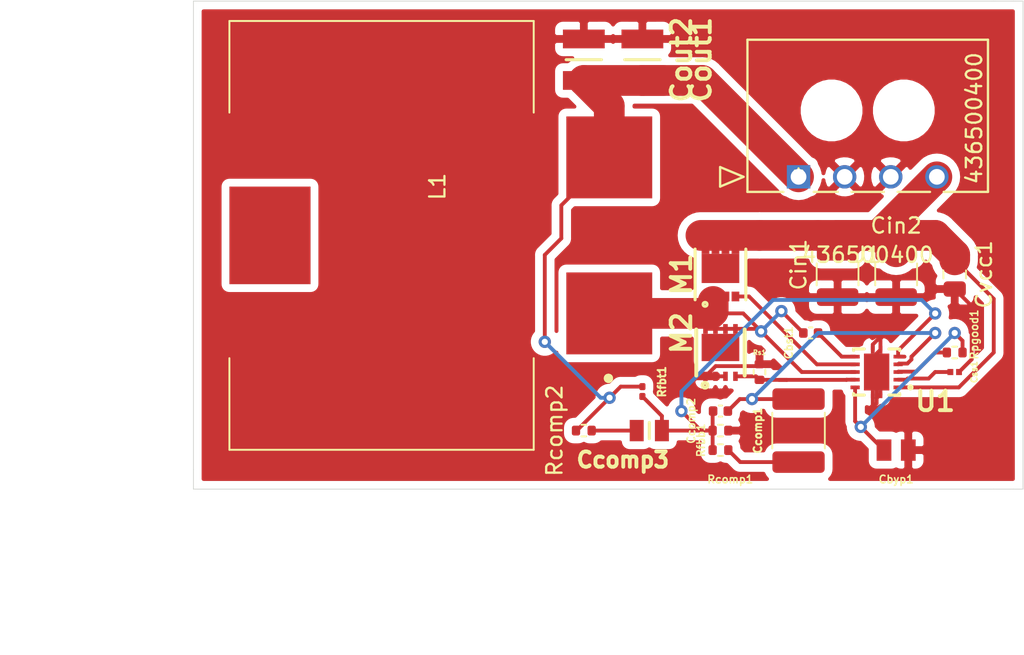
<source format=kicad_pcb>
(kicad_pcb (version 20171130) (host pcbnew "(5.1.10)-1")

  (general
    (thickness 1.6)
    (drawings 11)
    (tracks 138)
    (zones 0)
    (modules 22)
    (nets 15)
  )

  (page A4)
  (layers
    (0 F.Cu signal)
    (31 B.Cu signal)
    (32 B.Adhes user)
    (33 F.Adhes user)
    (34 B.Paste user)
    (35 F.Paste user)
    (36 B.SilkS user)
    (37 F.SilkS user)
    (38 B.Mask user)
    (39 F.Mask user)
    (40 Dwgs.User user)
    (41 Cmts.User user)
    (42 Eco1.User user)
    (43 Eco2.User user)
    (44 Edge.Cuts user)
    (45 Margin user)
    (46 B.CrtYd user)
    (47 F.CrtYd user)
    (48 B.Fab user)
    (49 F.Fab user hide)
  )

  (setup
    (last_trace_width 0.25)
    (user_trace_width 2)
    (trace_clearance 0.2)
    (zone_clearance 0.508)
    (zone_45_only no)
    (trace_min 0.2)
    (via_size 0.8)
    (via_drill 0.4)
    (via_min_size 0.4)
    (via_min_drill 0.3)
    (uvia_size 0.3)
    (uvia_drill 0.1)
    (uvias_allowed no)
    (uvia_min_size 0.2)
    (uvia_min_drill 0.1)
    (edge_width 0.05)
    (segment_width 0.2)
    (pcb_text_width 0.3)
    (pcb_text_size 1.5 1.5)
    (mod_edge_width 0.12)
    (mod_text_size 1 1)
    (mod_text_width 0.15)
    (pad_size 1.524 1.524)
    (pad_drill 0.762)
    (pad_to_mask_clearance 0)
    (aux_axis_origin 0 0)
    (visible_elements 7FFDFFFF)
    (pcbplotparams
      (layerselection 0x010fc_ffffffff)
      (usegerberextensions false)
      (usegerberattributes true)
      (usegerberadvancedattributes true)
      (creategerberjobfile true)
      (excludeedgelayer true)
      (linewidth 0.100000)
      (plotframeref false)
      (viasonmask false)
      (mode 1)
      (useauxorigin false)
      (hpglpennumber 1)
      (hpglpenspeed 20)
      (hpglpendiameter 15.000000)
      (psnegative false)
      (psa4output false)
      (plotreference true)
      (plotvalue true)
      (plotinvisibletext false)
      (padsonsilk false)
      (subtractmaskfromsilk false)
      (outputformat 1)
      (mirror false)
      (drillshape 1)
      (scaleselection 1)
      (outputdirectory ""))
  )

  (net 0 "")
  (net 1 "Net-(Cbst1-Pad2)")
  (net 2 "Net-(Cbst1-Pad1)")
  (net 3 Vin2)
  (net 4 "Net-(Cbyp1-Pad1)")
  (net 5 "Net-(Ccomp1-Pad2)")
  (net 6 "Net-(Ccomp1-Pad1)")
  (net 7 FB-1)
  (net 8 "Net-(Ccomp3-Pad1)")
  (net 9 Vin1)
  (net 10 Vout1)
  (net 11 "Net-(Css1-Pad1)")
  (net 12 "Net-(M1-Pad4)")
  (net 13 "Net-(M2-Pad4)")
  (net 14 "Net-(Rpgood1-Pad1)")

  (net_class Default "This is the default net class."
    (clearance 0.2)
    (trace_width 0.25)
    (via_dia 0.8)
    (via_drill 0.4)
    (uvia_dia 0.3)
    (uvia_drill 0.1)
    (add_net FB-1)
    (add_net "Net-(Cbst1-Pad1)")
    (add_net "Net-(Cbst1-Pad2)")
    (add_net "Net-(Cbyp1-Pad1)")
    (add_net "Net-(Ccomp1-Pad1)")
    (add_net "Net-(Ccomp1-Pad2)")
    (add_net "Net-(Ccomp3-Pad1)")
    (add_net "Net-(Css1-Pad1)")
    (add_net "Net-(M1-Pad4)")
    (add_net "Net-(M2-Pad4)")
    (add_net "Net-(Rpgood1-Pad1)")
    (add_net Vin1)
    (add_net Vin2)
    (add_net Vout1)
  )

  (module buck2_footprint_custom_library:436500400 (layer F.Cu) (tedit 0) (tstamp 60B51277)
    (at 90.17 95.25 180)
    (path /60B181C9)
    (fp_text reference J1 (at -4.499999 -5.08) (layer F.SilkS)
      (effects (font (size 1 1) (thickness 0.15)))
    )
    (fp_text value 436500400 (at -4.499999 -5.08) (layer F.SilkS)
      (effects (font (size 1 1) (thickness 0.15)))
    )
    (fp_line (start 4.594987 -2.250001) (end -13.594981 -2.250001) (layer F.CrtYd) (width 0.1524))
    (fp_line (start 4.594987 10.19) (end 4.594987 -2.250001) (layer F.CrtYd) (width 0.1524))
    (fp_line (start -13.594981 10.19) (end 4.594987 10.19) (layer F.CrtYd) (width 0.1524))
    (fp_line (start -13.594981 -2.250001) (end -13.594981 10.19) (layer F.CrtYd) (width 0.1524))
    (fp_line (start -9.447887 -0.980001) (end -12.324982 -0.980001) (layer F.SilkS) (width 0.1524))
    (fp_line (start -6.447888 -0.980001) (end -8.552107 -0.980001) (layer F.SilkS) (width 0.1524))
    (fp_line (start -3.447889 -0.980001) (end -5.552108 -0.980001) (layer F.SilkS) (width 0.1524))
    (fp_line (start -0.988924 -0.980001) (end -2.552109 -0.980001) (layer F.SilkS) (width 0.1524))
    (fp_line (start -12.324982 -0.980001) (end -12.324982 8.92) (layer F.Fab) (width 0.1524))
    (fp_line (start 3.324987 -0.980001) (end -12.324982 -0.980001) (layer F.Fab) (width 0.1524))
    (fp_line (start 3.324987 8.92) (end 3.324987 -0.980001) (layer F.Fab) (width 0.1524))
    (fp_line (start -12.324982 8.92) (end 3.324987 8.92) (layer F.Fab) (width 0.1524))
    (fp_line (start 3.324987 -0.980001) (end 0.988924 -0.980001) (layer F.SilkS) (width 0.1524))
    (fp_line (start 3.324987 8.92) (end 3.324987 -0.980001) (layer F.SilkS) (width 0.1524))
    (fp_line (start -12.324982 8.92) (end 3.324987 8.92) (layer F.SilkS) (width 0.1524))
    (fp_line (start -12.324982 -0.980001) (end -12.324982 8.92) (layer F.SilkS) (width 0.1524))
    (fp_line (start 5.102987 0.635) (end 3.578987 0) (layer F.SilkS) (width 0.1524))
    (fp_line (start 5.102987 -0.635) (end 5.102987 0.635) (layer F.SilkS) (width 0.1524))
    (fp_line (start 3.578987 0) (end 5.102987 -0.635) (layer F.SilkS) (width 0.1524))
    (fp_line (start 5.102987 0.635) (end 3.578987 0) (layer F.Fab) (width 0.1524))
    (fp_line (start 5.102987 -0.635) (end 5.102987 0.635) (layer F.Fab) (width 0.1524))
    (fp_line (start 3.578987 0) (end 5.102987 -0.635) (layer F.Fab) (width 0.1524))
    (fp_text user 436500400 (at -11.43 3.81 90) (layer F.SilkS)
      (effects (font (size 1 1) (thickness 0.15)))
    )
    (fp_text user 436500400 (at -4.499999 -10) (layer F.Fab)
      (effects (font (size 1 1) (thickness 0.15)))
    )
    (fp_text user * (at 0 0) (layer F.Fab)
      (effects (font (size 1 1) (thickness 0.15)))
    )
    (fp_text user * (at 0 0) (layer F.SilkS)
      (effects (font (size 1 1) (thickness 0.15)))
    )
    (pad M2 np_thru_hole circle (at -6.849999 4.319999 180) (size 2.999999 2.999999) (drill 2.999999) (layers *.Cu *.Mask))
    (pad M1 np_thru_hole circle (at -2.150008 4.319999 180) (size 2.999999 2.999999) (drill 2.999999) (layers *.Cu *.Mask))
    (pad 4 thru_hole circle (at -8.999997 0 180) (size 1.52 1.52) (drill 1.02) (layers *.Cu *.Mask)
      (net 9 Vin1))
    (pad 3 thru_hole circle (at -5.999998 0 180) (size 1.52 1.52) (drill 1.02) (layers *.Cu *.Mask)
      (net 3 Vin2))
    (pad 2 thru_hole circle (at -2.999999 0 180) (size 1.52 1.52) (drill 1.02) (layers *.Cu *.Mask)
      (net 3 Vin2))
    (pad 1 thru_hole rect (at 0 0 180) (size 1.52 1.52) (drill 1.02) (layers *.Cu *.Mask)
      (net 10 Vout1))
    (model "${KIPRJMOD}/BUCK 3d-MODELS/436500400.stp"
      (offset (xyz -4.5 -4.5 2.5))
      (scale (xyz 1 1 1))
      (rotate (xyz -90 0 0))
    )
  )

  (module buck2_footprint_custom_library:TPS40303DRCR (layer F.Cu) (tedit 0) (tstamp 60B50F0B)
    (at 95.25 107.95 180)
    (descr TPS40303DRCR-4)
    (tags "Integrated Circuit")
    (path /60AA79C7)
    (attr smd)
    (fp_text reference U1 (at -3.81 -1.905) (layer F.SilkS)
      (effects (font (size 1.27 1.27) (thickness 0.254)))
    )
    (fp_text value TPS40303DRCR (at 5.08 0) (layer F.SilkS) hide
      (effects (font (size 1.27 1.27) (thickness 0.254)))
    )
    (fp_line (start -1.5 -1.5) (end 1.5 -1.5) (layer F.Fab) (width 0.1))
    (fp_line (start 1.5 -1.5) (end 1.5 1.5) (layer F.Fab) (width 0.1))
    (fp_line (start 1.5 1.5) (end -1.5 1.5) (layer F.Fab) (width 0.1))
    (fp_line (start -1.5 1.5) (end -1.5 -1.5) (layer F.Fab) (width 0.1))
    (fp_line (start -2.7 -2.7) (end 2.7 -2.7) (layer F.CrtYd) (width 0.1))
    (fp_line (start 2.7 -2.7) (end 2.7 2.7) (layer F.CrtYd) (width 0.1))
    (fp_line (start 2.7 2.7) (end -2.7 2.7) (layer F.CrtYd) (width 0.1))
    (fp_line (start -2.7 2.7) (end -2.7 -2.7) (layer F.CrtYd) (width 0.1))
    (fp_line (start -2.1 -1) (end -2.1 -1) (layer F.SilkS) (width 0.2))
    (fp_line (start -2.3 -1) (end -2.3 -1) (layer F.SilkS) (width 0.2))
    (fp_line (start -0.8 1.5) (end -1.5 1.5) (layer F.SilkS) (width 0.2))
    (fp_line (start -1.5 1.5) (end -1.5 1.4) (layer F.SilkS) (width 0.2))
    (fp_line (start 0.8 1.5) (end 1.5 1.5) (layer F.SilkS) (width 0.2))
    (fp_line (start 1.5 1.5) (end 1.5 1.4) (layer F.SilkS) (width 0.2))
    (fp_line (start -0.8 -1.5) (end -1.5 -1.5) (layer F.SilkS) (width 0.2))
    (fp_line (start -1.5 -1.5) (end -1.5 -1.4) (layer F.SilkS) (width 0.2))
    (fp_line (start 0.8 -1.5) (end 1.5 -1.5) (layer F.SilkS) (width 0.2))
    (fp_line (start 1.5 -1.5) (end 1.5 -1.45) (layer F.SilkS) (width 0.2))
    (fp_line (start 1.5 -1.45) (end 1.5 -1.4) (layer F.SilkS) (width 0.2))
    (fp_text user %R (at 0 0) (layer F.Fab)
      (effects (font (size 1.27 1.27) (thickness 0.254)))
    )
    (fp_arc (start -2.2 -1) (end -2.1 -1) (angle -180) (layer F.SilkS) (width 0.2))
    (fp_arc (start -2.2 -1) (end -2.3 -1) (angle -180) (layer F.SilkS) (width 0.2))
    (pad 1 smd rect (at -1.4 -1 270) (size 0.24 0.6) (layers F.Cu F.Paste F.Mask)
      (net 9 Vin1))
    (pad 2 smd rect (at -1.4 -0.5 270) (size 0.24 0.6) (layers F.Cu F.Paste F.Mask)
      (net 11 "Net-(Css1-Pad1)"))
    (pad 3 smd rect (at -1.4 0 270) (size 0.24 0.6) (layers F.Cu F.Paste F.Mask)
      (net 14 "Net-(Rpgood1-Pad1)"))
    (pad 4 smd rect (at -1.4 0.5 270) (size 0.24 0.6) (layers F.Cu F.Paste F.Mask)
      (net 5 "Net-(Ccomp1-Pad2)"))
    (pad 5 smd rect (at -1.4 1 270) (size 0.24 0.6) (layers F.Cu F.Paste F.Mask)
      (net 7 FB-1))
    (pad 6 smd rect (at 1.4 1 270) (size 0.24 0.6) (layers F.Cu F.Paste F.Mask)
      (net 2 "Net-(Cbst1-Pad1)"))
    (pad 7 smd rect (at 1.4 0.5 270) (size 0.24 0.6) (layers F.Cu F.Paste F.Mask)
      (net 12 "Net-(M1-Pad4)"))
    (pad 8 smd rect (at 1.4 0 270) (size 0.24 0.6) (layers F.Cu F.Paste F.Mask)
      (net 1 "Net-(Cbst1-Pad2)"))
    (pad 9 smd rect (at 1.4 -0.5 270) (size 0.24 0.6) (layers F.Cu F.Paste F.Mask)
      (net 13 "Net-(M2-Pad4)"))
    (pad 10 smd rect (at 1.4 -1 270) (size 0.24 0.6) (layers F.Cu F.Paste F.Mask)
      (net 4 "Net-(Cbyp1-Pad1)"))
    (pad 11 smd rect (at 0 0 180) (size 1.65 2.4) (layers F.Cu F.Paste F.Mask)
      (net 3 Vin2))
    (pad 12 smd rect (at -0.25 1.45 180) (size 0.25 0.5) (layers F.Cu F.Paste F.Mask)
      (net 3 Vin2))
    (pad 13 smd rect (at 0.25 1.45 180) (size 0.25 0.5) (layers F.Cu F.Paste F.Mask)
      (net 3 Vin2))
    (pad 14 smd rect (at 0.25 -1.45 180) (size 0.25 0.5) (layers F.Cu F.Paste F.Mask)
      (net 3 Vin2))
    (pad 15 smd rect (at -0.25 -1.45 180) (size 0.25 0.5) (layers F.Cu F.Paste F.Mask)
      (net 3 Vin2))
    (model "${KIPRJMOD}/BUCK 3d-MODELS/TPS40303DRCR.STEP"
      (at (xyz 0 0 0))
      (scale (xyz 1 1 1))
      (rotate (xyz -90 0 0))
    )
  )

  (module Resistor_SMD:R_0402_1005Metric (layer F.Cu) (tedit 5F68FEEE) (tstamp 60B50FFB)
    (at 87.63 107.95 90)
    (descr "Resistor SMD 0402 (1005 Metric), square (rectangular) end terminal, IPC_7351 nominal, (Body size source: IPC-SM-782 page 72, https://www.pcb-3d.com/wordpress/wp-content/uploads/ipc-sm-782a_amendment_1_and_2.pdf), generated with kicad-footprint-generator")
    (tags resistor)
    (path /60AAF2C6)
    (attr smd)
    (fp_text reference Rs1 (at 1.27 0 180) (layer F.SilkS)
      (effects (font (size 0.3 0.3) (thickness 0.075)))
    )
    (fp_text value 1.87kOhm (at 0 1.17 90) (layer F.Fab)
      (effects (font (size 1 1) (thickness 0.15)))
    )
    (fp_line (start 0.93 0.47) (end -0.93 0.47) (layer F.CrtYd) (width 0.05))
    (fp_line (start 0.93 -0.47) (end 0.93 0.47) (layer F.CrtYd) (width 0.05))
    (fp_line (start -0.93 -0.47) (end 0.93 -0.47) (layer F.CrtYd) (width 0.05))
    (fp_line (start -0.93 0.47) (end -0.93 -0.47) (layer F.CrtYd) (width 0.05))
    (fp_line (start -0.153641 0.38) (end 0.153641 0.38) (layer F.SilkS) (width 0.12))
    (fp_line (start -0.153641 -0.38) (end 0.153641 -0.38) (layer F.SilkS) (width 0.12))
    (fp_line (start 0.525 0.27) (end -0.525 0.27) (layer F.Fab) (width 0.1))
    (fp_line (start 0.525 -0.27) (end 0.525 0.27) (layer F.Fab) (width 0.1))
    (fp_line (start -0.525 -0.27) (end 0.525 -0.27) (layer F.Fab) (width 0.1))
    (fp_line (start -0.525 0.27) (end -0.525 -0.27) (layer F.Fab) (width 0.1))
    (fp_text user %R (at 0 0 90) (layer F.Fab)
      (effects (font (size 0.26 0.26) (thickness 0.04)))
    )
    (pad 2 smd roundrect (at 0.51 0 90) (size 0.54 0.64) (layers F.Cu F.Paste F.Mask) (roundrect_rratio 0.25)
      (net 3 Vin2))
    (pad 1 smd roundrect (at -0.51 0 90) (size 0.54 0.64) (layers F.Cu F.Paste F.Mask) (roundrect_rratio 0.25)
      (net 13 "Net-(M2-Pad4)"))
    (model ${KISYS3DMOD}/Resistor_SMD.3dshapes/R_0402_1005Metric.wrl
      (at (xyz 0 0 0))
      (scale (xyz 1 1 1))
      (rotate (xyz 0 0 0))
    )
  )

  (module Resistor_SMD:R_0402_1005Metric (layer F.Cu) (tedit 5F68FEEE) (tstamp 60B50F6B)
    (at 100.33 106.68)
    (descr "Resistor SMD 0402 (1005 Metric), square (rectangular) end terminal, IPC_7351 nominal, (Body size source: IPC-SM-782 page 72, https://www.pcb-3d.com/wordpress/wp-content/uploads/ipc-sm-782a_amendment_1_and_2.pdf), generated with kicad-footprint-generator")
    (tags resistor)
    (path /60AAEF86)
    (attr smd)
    (fp_text reference Rpgood1 (at 1.27 -1.17 90) (layer F.SilkS)
      (effects (font (size 0.5 0.5) (thickness 0.1)))
    )
    (fp_text value 100kOhm (at 0 1.17) (layer F.Fab)
      (effects (font (size 1 1) (thickness 0.15)))
    )
    (fp_line (start -0.525 0.27) (end -0.525 -0.27) (layer F.Fab) (width 0.1))
    (fp_line (start -0.525 -0.27) (end 0.525 -0.27) (layer F.Fab) (width 0.1))
    (fp_line (start 0.525 -0.27) (end 0.525 0.27) (layer F.Fab) (width 0.1))
    (fp_line (start 0.525 0.27) (end -0.525 0.27) (layer F.Fab) (width 0.1))
    (fp_line (start -0.153641 -0.38) (end 0.153641 -0.38) (layer F.SilkS) (width 0.12))
    (fp_line (start -0.153641 0.38) (end 0.153641 0.38) (layer F.SilkS) (width 0.12))
    (fp_line (start -0.93 0.47) (end -0.93 -0.47) (layer F.CrtYd) (width 0.05))
    (fp_line (start -0.93 -0.47) (end 0.93 -0.47) (layer F.CrtYd) (width 0.05))
    (fp_line (start 0.93 -0.47) (end 0.93 0.47) (layer F.CrtYd) (width 0.05))
    (fp_line (start 0.93 0.47) (end -0.93 0.47) (layer F.CrtYd) (width 0.05))
    (fp_text user %R (at 0 0) (layer F.Fab)
      (effects (font (size 0.26 0.26) (thickness 0.04)))
    )
    (pad 1 smd roundrect (at -0.51 0) (size 0.54 0.64) (layers F.Cu F.Paste F.Mask) (roundrect_rratio 0.25)
      (net 14 "Net-(Rpgood1-Pad1)"))
    (pad 2 smd roundrect (at 0.51 0) (size 0.54 0.64) (layers F.Cu F.Paste F.Mask) (roundrect_rratio 0.25)
      (net 4 "Net-(Cbyp1-Pad1)"))
    (model ${KISYS3DMOD}/Resistor_SMD.3dshapes/R_0402_1005Metric.wrl
      (at (xyz 0 0 0))
      (scale (xyz 1 1 1))
      (rotate (xyz 0 0 0))
    )
  )

  (module Resistor_SMD:R_0201_0603Metric (layer F.Cu) (tedit 5F68FEEE) (tstamp 60B50FCB)
    (at 80.01 109.22 270)
    (descr "Resistor SMD 0201 (0603 Metric), square (rectangular) end terminal, IPC_7351 nominal, (Body size source: https://www.vishay.com/docs/20052/crcw0201e3.pdf), generated with kicad-footprint-generator")
    (tags resistor)
    (path /60AAFF8A)
    (attr smd)
    (fp_text reference Rfbt1 (at -0.635 -1.27 90) (layer F.SilkS)
      (effects (font (size 0.5 0.5) (thickness 0.125)))
    )
    (fp_text value 10kOhm (at 0 1.05 90) (layer F.Fab)
      (effects (font (size 1 1) (thickness 0.15)))
    )
    (fp_line (start 0.7 0.35) (end -0.7 0.35) (layer F.CrtYd) (width 0.05))
    (fp_line (start 0.7 -0.35) (end 0.7 0.35) (layer F.CrtYd) (width 0.05))
    (fp_line (start -0.7 -0.35) (end 0.7 -0.35) (layer F.CrtYd) (width 0.05))
    (fp_line (start -0.7 0.35) (end -0.7 -0.35) (layer F.CrtYd) (width 0.05))
    (fp_line (start 0.3 0.15) (end -0.3 0.15) (layer F.Fab) (width 0.1))
    (fp_line (start 0.3 -0.15) (end 0.3 0.15) (layer F.Fab) (width 0.1))
    (fp_line (start -0.3 -0.15) (end 0.3 -0.15) (layer F.Fab) (width 0.1))
    (fp_line (start -0.3 0.15) (end -0.3 -0.15) (layer F.Fab) (width 0.1))
    (fp_text user %R (at 0 -0.68 90) (layer F.Fab)
      (effects (font (size 0.25 0.25) (thickness 0.04)))
    )
    (pad 2 smd roundrect (at 0.32 0 270) (size 0.46 0.4) (layers F.Cu F.Mask) (roundrect_rratio 0.25)
      (net 7 FB-1))
    (pad 1 smd roundrect (at -0.32 0 270) (size 0.46 0.4) (layers F.Cu F.Mask) (roundrect_rratio 0.25)
      (net 10 Vout1))
    (pad "" smd roundrect (at 0.345 0 270) (size 0.318 0.36) (layers F.Paste) (roundrect_rratio 0.25))
    (pad "" smd roundrect (at -0.345 0 270) (size 0.318 0.36) (layers F.Paste) (roundrect_rratio 0.25))
    (model ${KISYS3DMOD}/Resistor_SMD.3dshapes/R_0201_0603Metric.wrl
      (at (xyz 0 0 0))
      (scale (xyz 1 1 1))
      (rotate (xyz 0 0 0))
    )
  )

  (module Resistor_SMD:R_0402_1005Metric (layer F.Cu) (tedit 5F68FEEE) (tstamp 60B50F9B)
    (at 85.09 111.76)
    (descr "Resistor SMD 0402 (1005 Metric), square (rectangular) end terminal, IPC_7351 nominal, (Body size source: IPC-SM-782 page 72, https://www.pcb-3d.com/wordpress/wp-content/uploads/ipc-sm-782a_amendment_1_and_2.pdf), generated with kicad-footprint-generator")
    (tags resistor)
    (path /60AAF7FE)
    (attr smd)
    (fp_text reference Rfbb1 (at -1.27 0.635 90) (layer F.SilkS)
      (effects (font (size 0.5 0.5) (thickness 0.1)))
    )
    (fp_text value 715Ohm (at 0 1.17) (layer F.Fab)
      (effects (font (size 1 1) (thickness 0.15)))
    )
    (fp_line (start 0.93 0.47) (end -0.93 0.47) (layer F.CrtYd) (width 0.05))
    (fp_line (start 0.93 -0.47) (end 0.93 0.47) (layer F.CrtYd) (width 0.05))
    (fp_line (start -0.93 -0.47) (end 0.93 -0.47) (layer F.CrtYd) (width 0.05))
    (fp_line (start -0.93 0.47) (end -0.93 -0.47) (layer F.CrtYd) (width 0.05))
    (fp_line (start -0.153641 0.38) (end 0.153641 0.38) (layer F.SilkS) (width 0.12))
    (fp_line (start -0.153641 -0.38) (end 0.153641 -0.38) (layer F.SilkS) (width 0.12))
    (fp_line (start 0.525 0.27) (end -0.525 0.27) (layer F.Fab) (width 0.1))
    (fp_line (start 0.525 -0.27) (end 0.525 0.27) (layer F.Fab) (width 0.1))
    (fp_line (start -0.525 -0.27) (end 0.525 -0.27) (layer F.Fab) (width 0.1))
    (fp_line (start -0.525 0.27) (end -0.525 -0.27) (layer F.Fab) (width 0.1))
    (fp_text user %R (at 0 0) (layer F.Fab)
      (effects (font (size 0.26 0.26) (thickness 0.04)))
    )
    (pad 2 smd roundrect (at 0.51 0) (size 0.54 0.64) (layers F.Cu F.Paste F.Mask) (roundrect_rratio 0.25)
      (net 3 Vin2))
    (pad 1 smd roundrect (at -0.51 0) (size 0.54 0.64) (layers F.Cu F.Paste F.Mask) (roundrect_rratio 0.25)
      (net 7 FB-1))
    (model ${KISYS3DMOD}/Resistor_SMD.3dshapes/R_0402_1005Metric.wrl
      (at (xyz 0 0 0))
      (scale (xyz 1 1 1))
      (rotate (xyz 0 0 0))
    )
  )

  (module Resistor_SMD:R_0402_1005Metric (layer F.Cu) (tedit 5F68FEEE) (tstamp 60B50EC3)
    (at 76.2 111.76)
    (descr "Resistor SMD 0402 (1005 Metric), square (rectangular) end terminal, IPC_7351 nominal, (Body size source: IPC-SM-782 page 72, https://www.pcb-3d.com/wordpress/wp-content/uploads/ipc-sm-782a_amendment_1_and_2.pdf), generated with kicad-footprint-generator")
    (tags resistor)
    (path /60AB93E4)
    (attr smd)
    (fp_text reference Rcomp2 (at -1.905 0 90) (layer F.SilkS)
      (effects (font (size 1 1) (thickness 0.15)))
    )
    (fp_text value 191Ohm (at 0 1.17 270) (layer F.Fab)
      (effects (font (size 1 1) (thickness 0.15)))
    )
    (fp_line (start 0.93 0.47) (end -0.93 0.47) (layer F.CrtYd) (width 0.05))
    (fp_line (start 0.93 -0.47) (end 0.93 0.47) (layer F.CrtYd) (width 0.05))
    (fp_line (start -0.93 -0.47) (end 0.93 -0.47) (layer F.CrtYd) (width 0.05))
    (fp_line (start -0.93 0.47) (end -0.93 -0.47) (layer F.CrtYd) (width 0.05))
    (fp_line (start -0.153641 0.38) (end 0.153641 0.38) (layer F.SilkS) (width 0.12))
    (fp_line (start -0.153641 -0.38) (end 0.153641 -0.38) (layer F.SilkS) (width 0.12))
    (fp_line (start 0.525 0.27) (end -0.525 0.27) (layer F.Fab) (width 0.1))
    (fp_line (start 0.525 -0.27) (end 0.525 0.27) (layer F.Fab) (width 0.1))
    (fp_line (start -0.525 -0.27) (end 0.525 -0.27) (layer F.Fab) (width 0.1))
    (fp_line (start -0.525 0.27) (end -0.525 -0.27) (layer F.Fab) (width 0.1))
    (fp_text user %R (at 0 0) (layer F.Fab)
      (effects (font (size 0.26 0.26) (thickness 0.04)))
    )
    (pad 2 smd roundrect (at 0.51 0) (size 0.54 0.64) (layers F.Cu F.Paste F.Mask) (roundrect_rratio 0.25)
      (net 8 "Net-(Ccomp3-Pad1)"))
    (pad 1 smd roundrect (at -0.51 0) (size 0.54 0.64) (layers F.Cu F.Paste F.Mask) (roundrect_rratio 0.25)
      (net 10 Vout1))
    (model ${KISYS3DMOD}/Resistor_SMD.3dshapes/R_0402_1005Metric.wrl
      (at (xyz 0 0 0))
      (scale (xyz 1 1 1))
      (rotate (xyz 0 0 0))
    )
  )

  (module Resistor_SMD:R_0402_1005Metric (layer F.Cu) (tedit 5F68FEEE) (tstamp 60B510B8)
    (at 85.09 113.03 180)
    (descr "Resistor SMD 0402 (1005 Metric), square (rectangular) end terminal, IPC_7351 nominal, (Body size source: IPC-SM-782 page 72, https://www.pcb-3d.com/wordpress/wp-content/uploads/ipc-sm-782a_amendment_1_and_2.pdf), generated with kicad-footprint-generator")
    (tags resistor)
    (path /60AAE3A2)
    (attr smd)
    (fp_text reference Rcomp1 (at -0.635 -1.905) (layer F.SilkS)
      (effects (font (size 0.5 0.5) (thickness 0.1)))
    )
    (fp_text value 2.43kOhm (at 0 1.17) (layer F.Fab)
      (effects (font (size 1 1) (thickness 0.15)))
    )
    (fp_line (start 0.93 0.47) (end -0.93 0.47) (layer F.CrtYd) (width 0.05))
    (fp_line (start 0.93 -0.47) (end 0.93 0.47) (layer F.CrtYd) (width 0.05))
    (fp_line (start -0.93 -0.47) (end 0.93 -0.47) (layer F.CrtYd) (width 0.05))
    (fp_line (start -0.93 0.47) (end -0.93 -0.47) (layer F.CrtYd) (width 0.05))
    (fp_line (start -0.153641 0.38) (end 0.153641 0.38) (layer F.SilkS) (width 0.12))
    (fp_line (start -0.153641 -0.38) (end 0.153641 -0.38) (layer F.SilkS) (width 0.12))
    (fp_line (start 0.525 0.27) (end -0.525 0.27) (layer F.Fab) (width 0.1))
    (fp_line (start 0.525 -0.27) (end 0.525 0.27) (layer F.Fab) (width 0.1))
    (fp_line (start -0.525 -0.27) (end 0.525 -0.27) (layer F.Fab) (width 0.1))
    (fp_line (start -0.525 0.27) (end -0.525 -0.27) (layer F.Fab) (width 0.1))
    (fp_text user %R (at 0 0) (layer F.Fab)
      (effects (font (size 0.26 0.26) (thickness 0.04)))
    )
    (pad 2 smd roundrect (at 0.51 0 180) (size 0.54 0.64) (layers F.Cu F.Paste F.Mask) (roundrect_rratio 0.25)
      (net 7 FB-1))
    (pad 1 smd roundrect (at -0.51 0 180) (size 0.54 0.64) (layers F.Cu F.Paste F.Mask) (roundrect_rratio 0.25)
      (net 6 "Net-(Ccomp1-Pad1)"))
    (model ${KISYS3DMOD}/Resistor_SMD.3dshapes/R_0402_1005Metric.wrl
      (at (xyz 0 0 0))
      (scale (xyz 1 1 1))
      (rotate (xyz 0 0 0))
    )
  )

  (module buck2_footprint_custom_library:Q3A (layer F.Cu) (tedit 0) (tstamp 60B511D6)
    (at 85.09 106.68 90)
    (descr Q3A)
    (tags "MOSFET (N-Channel)")
    (path /60AE1043)
    (attr smd)
    (fp_text reference M2 (at 1.27 -2.54 90) (layer F.SilkS)
      (effects (font (size 1.27 1.27) (thickness 0.254)))
    )
    (fp_text value 30V,35Amps (at -0.329 -0.055 90) (layer F.SilkS) hide
      (effects (font (size 1.27 1.27) (thickness 0.254)))
    )
    (fp_circle (center -2.13 -1.006) (end -2.13 -0.97369) (layer F.SilkS) (width 0.254))
    (fp_line (start 1.5 1.575) (end -1.5 1.575) (layer F.SilkS) (width 0.254))
    (fp_line (start -1.5 -1.575) (end 1.5 -1.575) (layer F.SilkS) (width 0.254))
    (fp_line (start -1.5 1.575) (end -1.5 -1.575) (layer F.Fab) (width 0.254))
    (fp_line (start 1.5 1.575) (end -1.5 1.575) (layer F.Fab) (width 0.254))
    (fp_line (start 1.5 -1.575) (end 1.5 1.575) (layer F.Fab) (width 0.254))
    (fp_line (start -1.5 -1.575) (end 1.5 -1.575) (layer F.Fab) (width 0.254))
    (fp_text user %R (at -0.329 -0.055 90) (layer F.Fab)
      (effects (font (size 1.27 1.27) (thickness 0.254)))
    )
    (pad 9 smd rect (at 0.3275 0 90) (size 1.775 2.45) (layers F.Cu F.Paste F.Mask))
    (pad 8 smd rect (at 1.5325 -0.975 180) (size 0.3 0.635) (layers F.Cu F.Paste F.Mask)
      (net 1 "Net-(Cbst1-Pad2)"))
    (pad 7 smd rect (at 1.5325 -0.325 180) (size 0.3 0.635) (layers F.Cu F.Paste F.Mask)
      (net 1 "Net-(Cbst1-Pad2)"))
    (pad 6 smd rect (at 1.5325 0.325 180) (size 0.3 0.635) (layers F.Cu F.Paste F.Mask)
      (net 1 "Net-(Cbst1-Pad2)"))
    (pad 5 smd rect (at 1.5325 0.975 180) (size 0.3 0.635) (layers F.Cu F.Paste F.Mask)
      (net 1 "Net-(Cbst1-Pad2)"))
    (pad 4 smd rect (at -1.55 0.975 180) (size 0.3 0.6) (layers F.Cu F.Paste F.Mask)
      (net 13 "Net-(M2-Pad4)"))
    (pad 3 smd rect (at -1.55 0.325 180) (size 0.3 0.6) (layers F.Cu F.Paste F.Mask)
      (net 3 Vin2))
    (pad 2 smd rect (at -1.55 -0.325 180) (size 0.3 0.6) (layers F.Cu F.Paste F.Mask)
      (net 3 Vin2))
    (pad 1 smd rect (at -1.55 -0.975 180) (size 0.3 0.6) (layers F.Cu F.Paste F.Mask)
      (net 3 Vin2))
    (model "${KIPRJMOD}/BUCK 3d-MODELS/CSD17577Q3A.STEP"
      (at (xyz 0 0 0))
      (scale (xyz 1 1 1))
      (rotate (xyz -90 0 0))
    )
  )

  (module buck2_footprint_custom_library:DQG_VSON-CLIP (layer F.Cu) (tedit 0) (tstamp 60B51119)
    (at 85.09 101.6)
    (descr DQG_VSON-CLIP)
    (tags "MOSFET (N-Channel)")
    (path /60AE00A4)
    (attr smd)
    (fp_text reference M1 (at -2.54 -0.00685 90) (layer F.SilkS)
      (effects (font (size 1.27 1.27) (thickness 0.254)))
    )
    (fp_text value 30V,56Amps (at -0.36791 -0.00685) (layer F.SilkS) hide
      (effects (font (size 1.27 1.27) (thickness 0.254)))
    )
    (fp_circle (center -1.001 1.946) (end -1.001 1.973) (layer F.SilkS) (width 0.2))
    (fp_line (start 1.65 1.65) (end 1.65 -1.65) (layer F.SilkS) (width 0.2))
    (fp_line (start -1.65 -1.65) (end -1.65 1.65) (layer F.SilkS) (width 0.2))
    (fp_line (start -1.65 1.65) (end -1.65 -1.65) (layer F.Fab) (width 0.2))
    (fp_line (start 1.65 1.65) (end -1.65 1.65) (layer F.Fab) (width 0.2))
    (fp_line (start 1.65 -1.65) (end 1.65 1.65) (layer F.Fab) (width 0.2))
    (fp_line (start -1.65 -1.65) (end 1.65 -1.65) (layer F.Fab) (width 0.2))
    (fp_text user %R (at -0.36791 -0.00685) (layer F.Fab)
      (effects (font (size 1.27 1.27) (thickness 0.254)))
    )
    (pad 1 smd rect (at -0.975 1.435) (size 0.5 0.63) (layers F.Cu F.Paste F.Mask)
      (net 1 "Net-(Cbst1-Pad2)"))
    (pad 2 smd rect (at -0.325 1.435) (size 0.5 0.63) (layers F.Cu F.Paste F.Mask)
      (net 1 "Net-(Cbst1-Pad2)"))
    (pad 3 smd rect (at 0.325 1.435) (size 0.5 0.63) (layers F.Cu F.Paste F.Mask)
      (net 1 "Net-(Cbst1-Pad2)"))
    (pad 4 smd rect (at 0.975 1.435) (size 0.5 0.63) (layers F.Cu F.Paste F.Mask)
      (net 12 "Net-(M1-Pad4)"))
    (pad 5 smd rect (at 0.975 -1.545 90) (size 0.41 0.5) (layers F.Cu F.Paste F.Mask)
      (net 9 Vin1))
    (pad 6 smd rect (at 0.325 -1.545 90) (size 0.41 0.5) (layers F.Cu F.Paste F.Mask)
      (net 9 Vin1))
    (pad 7 smd rect (at -0.325 -1.545 90) (size 0.41 0.5) (layers F.Cu F.Paste F.Mask)
      (net 9 Vin1))
    (pad 8 smd rect (at -0.975 -1.545 90) (size 0.41 0.5) (layers F.Cu F.Paste F.Mask)
      (net 9 Vin1))
    (pad 9 smd rect (at 0 -0.39 90) (size 1.9 2.45) (layers F.Cu F.Paste F.Mask))
    (model "${KIPRJMOD}/BUCK 3d-MODELS/CSD17304Q3.STEP"
      (offset (xyz 0 -0.1 0))
      (scale (xyz 1 1 1))
      (rotate (xyz -90 0 -90))
    )
  )

  (module buck2_footprint_custom_library:IND_SER2915L-223KL (layer F.Cu) (tedit 60B2533D) (tstamp 60B51219)
    (at 63.5 99.06 90)
    (path /60B2800C)
    (fp_text reference L1 (at 3.175 3.175 90) (layer F.SilkS)
      (effects (font (size 1 1) (thickness 0.15)))
    )
    (fp_text value SER2915L-223KL (at 3.81 18.415 90) (layer F.Fab)
      (effects (font (size 1 1) (thickness 0.015)))
    )
    (fp_circle (center -9.3 14.3) (end -9.15 14.3) (layer F.Fab) (width 0.3))
    (fp_circle (center -9.3 14.3) (end -9.15 14.3) (layer F.SilkS) (width 0.3))
    (fp_circle (center -9.3 14.3) (end -9.15 14.3) (layer F.SilkS) (width 0.3))
    (fp_line (start -14.2 9.69) (end -14.2 -11.85) (layer F.CrtYd) (width 0.05))
    (fp_line (start -7.99 9.69) (end -14.2 9.69) (layer F.CrtYd) (width 0.05))
    (fp_line (start -7.99 17.4) (end -7.99 9.69) (layer F.CrtYd) (width 0.05))
    (fp_line (start 7.99 17.4) (end -7.99 17.4) (layer F.CrtYd) (width 0.05))
    (fp_line (start 7.99 9.69) (end 7.99 17.4) (layer F.CrtYd) (width 0.05))
    (fp_line (start 14.2 9.69) (end 7.99 9.69) (layer F.CrtYd) (width 0.05))
    (fp_line (start 14.2 -11.85) (end 14.2 9.69) (layer F.CrtYd) (width 0.05))
    (fp_line (start -14.2 -11.85) (end 14.2 -11.85) (layer F.CrtYd) (width 0.05))
    (fp_line (start -7.99 9.44) (end -13.95 9.44) (layer F.SilkS) (width 0.127))
    (fp_line (start 13.95 9.44) (end 7.99 9.44) (layer F.SilkS) (width 0.127))
    (fp_line (start 13.95 -10.36) (end 13.95 9.44) (layer F.SilkS) (width 0.127))
    (fp_line (start -13.95 9.44) (end -13.95 -10.36) (layer F.SilkS) (width 0.127))
    (fp_line (start 7.99 -10.36) (end 13.95 -10.36) (layer F.SilkS) (width 0.127))
    (fp_line (start -13.95 -10.36) (end -7.99 -10.36) (layer F.SilkS) (width 0.127))
    (fp_line (start -13.95 9.44) (end -13.95 -10.36) (layer F.Fab) (width 0.127))
    (fp_line (start 13.95 9.44) (end -13.95 9.44) (layer F.Fab) (width 0.127))
    (fp_line (start 13.95 -10.36) (end 13.95 9.44) (layer F.Fab) (width 0.127))
    (fp_line (start -13.95 -10.36) (end 13.95 -10.36) (layer F.Fab) (width 0.127))
    (pad 1 smd rect (at -5.075 14.355 90) (size 5.33 5.59) (layers F.Cu F.Paste F.Mask)
      (net 1 "Net-(Cbst1-Pad2)"))
    (pad 2 smd rect (at 5.075 14.355 90) (size 5.33 5.59) (layers F.Cu F.Paste F.Mask)
      (net 10 Vout1))
    (pad 3 smd rect (at 0 -7.72 90) (size 6.35 5.28) (layers F.Cu F.Paste F.Mask))
    (model ${KIPRJMOD}/buck2_footprint_custom_library.pretty/Coilcraft-SER2915L.STEP
      (offset (xyz 0 0 0.5))
      (scale (xyz 1 1 1))
      (rotate (xyz -90 0 90))
    )
    (model "${KIPRJMOD}/BUCK 3d-MODELS/Coilcraft-SER2915L.STEP"
      (offset (xyz 0 0 0.5))
      (scale (xyz 1 1 1))
      (rotate (xyz -90 0 90))
    )
  )

  (module Capacitor_SMD:C_0805_2012Metric (layer F.Cu) (tedit 5F68FEEE) (tstamp 60B80DC7)
    (at 100.33 101.6 90)
    (descr "Capacitor SMD 0805 (2012 Metric), square (rectangular) end terminal, IPC_7351 nominal, (Body size source: IPC-SM-782 page 76, https://www.pcb-3d.com/wordpress/wp-content/uploads/ipc-sm-782a_amendment_1_and_2.pdf, https://docs.google.com/spreadsheets/d/1BsfQQcO9C6DZCsRaXUlFlo91Tg2WpOkGARC1WS5S8t0/edit?usp=sharing), generated with kicad-footprint-generator")
    (tags capacitor)
    (path /60AACC27)
    (attr smd)
    (fp_text reference Cvcc1 (at 0 1.905 90) (layer F.SilkS)
      (effects (font (size 1 1) (thickness 0.15)))
    )
    (fp_text value 1uF,1mOhm (at -2.54 -1.27 90) (layer F.Fab)
      (effects (font (size 1 1) (thickness 0.15)))
    )
    (fp_line (start 1.7 0.98) (end -1.7 0.98) (layer F.CrtYd) (width 0.05))
    (fp_line (start 1.7 -0.98) (end 1.7 0.98) (layer F.CrtYd) (width 0.05))
    (fp_line (start -1.7 -0.98) (end 1.7 -0.98) (layer F.CrtYd) (width 0.05))
    (fp_line (start -1.7 0.98) (end -1.7 -0.98) (layer F.CrtYd) (width 0.05))
    (fp_line (start -0.261252 0.735) (end 0.261252 0.735) (layer F.SilkS) (width 0.12))
    (fp_line (start -0.261252 -0.735) (end 0.261252 -0.735) (layer F.SilkS) (width 0.12))
    (fp_line (start 1 0.625) (end -1 0.625) (layer F.Fab) (width 0.1))
    (fp_line (start 1 -0.625) (end 1 0.625) (layer F.Fab) (width 0.1))
    (fp_line (start -1 -0.625) (end 1 -0.625) (layer F.Fab) (width 0.1))
    (fp_line (start -1 0.625) (end -1 -0.625) (layer F.Fab) (width 0.1))
    (fp_text user %R (at 0 0 90) (layer F.Fab)
      (effects (font (size 0.5 0.5) (thickness 0.08)))
    )
    (pad 2 smd roundrect (at 0.95 0 90) (size 1 1.45) (layers F.Cu F.Paste F.Mask) (roundrect_rratio 0.25)
      (net 9 Vin1))
    (pad 1 smd roundrect (at -0.95 0 90) (size 1 1.45) (layers F.Cu F.Paste F.Mask) (roundrect_rratio 0.25)
      (net 3 Vin2))
    (model ${KISYS3DMOD}/Capacitor_SMD.3dshapes/C_0805_2012Metric.wrl
      (at (xyz 0 0 0))
      (scale (xyz 1 1 1))
      (rotate (xyz 0 0 0))
    )
  )

  (module buck2_footprint_custom_library:CAPC0603X33N (layer F.Cu) (tedit 60B266C4) (tstamp 60B5117E)
    (at 100.33 107.95)
    (path /60B291E6)
    (fp_text reference Css1 (at 1.27 0 90) (layer F.SilkS)
      (effects (font (size 0.393701 0.393701) (thickness 0.098425)))
    )
    (fp_text value 3.3nF,1mOhm (at 2.28 0.76) (layer F.Fab)
      (effects (font (size 0.393701 0.393701) (thickness 0.015)))
    )
    (fp_line (start 0.718 0.448) (end 0.718 -0.448) (layer F.CrtYd) (width 0.05))
    (fp_line (start -0.718 0.448) (end -0.718 -0.448) (layer F.CrtYd) (width 0.05))
    (fp_line (start -0.718 -0.448) (end 0.718 -0.448) (layer F.CrtYd) (width 0.05))
    (fp_line (start -0.718 0.448) (end 0.718 0.448) (layer F.CrtYd) (width 0.05))
    (fp_line (start -0.32 0.16) (end -0.32 -0.16) (layer F.Fab) (width 0.127))
    (fp_line (start 0.32 0.16) (end 0.32 -0.16) (layer F.Fab) (width 0.127))
    (fp_line (start 0.32 -0.16) (end -0.32 -0.16) (layer F.Fab) (width 0.127))
    (fp_line (start 0.32 0.16) (end -0.32 0.16) (layer F.Fab) (width 0.127))
    (pad 1 smd rect (at -0.281 0) (size 0.38 0.4) (layers F.Cu F.Paste F.Mask)
      (net 11 "Net-(Css1-Pad1)"))
    (pad 2 smd rect (at 0.281 0) (size 0.38 0.4) (layers F.Cu F.Paste F.Mask)
      (net 3 Vin2))
    (model "${KIPRJMOD}/BUCK 3d-MODELS/GRM033R71A332KA01D.STEP"
      (offset (xyz 0 -0.15 0.15))
      (scale (xyz 1 1 1))
      (rotate (xyz 0 0 0))
    )
  )

  (module buck2_footprint_custom_library:CAPC3225X270N (layer F.Cu) (tedit 0) (tstamp 60B510E7)
    (at 76.2 87.63 270)
    (descr 1210)
    (tags Capacitor)
    (path /60AB6E9A)
    (attr smd)
    (fp_text reference Cout2 (at 0 -6.35 90) (layer F.SilkS)
      (effects (font (size 1.27 1.27) (thickness 0.254)))
    )
    (fp_text value 22uF,1mOhm (at 0 0 90) (layer F.SilkS) hide
      (effects (font (size 1.27 1.27) (thickness 0.254)))
    )
    (fp_line (start 0 -1.15) (end 0 1.15) (layer F.SilkS) (width 0.2))
    (fp_line (start -1.6 1.25) (end -1.6 -1.25) (layer F.Fab) (width 0.1))
    (fp_line (start 1.6 1.25) (end -1.6 1.25) (layer F.Fab) (width 0.1))
    (fp_line (start 1.6 -1.25) (end 1.6 1.25) (layer F.Fab) (width 0.1))
    (fp_line (start -1.6 -1.25) (end 1.6 -1.25) (layer F.Fab) (width 0.1))
    (fp_line (start -2.11 1.51) (end -2.11 -1.51) (layer F.CrtYd) (width 0.05))
    (fp_line (start 2.11 1.51) (end -2.11 1.51) (layer F.CrtYd) (width 0.05))
    (fp_line (start 2.11 -1.51) (end 2.11 1.51) (layer F.CrtYd) (width 0.05))
    (fp_line (start -2.11 -1.51) (end 2.11 -1.51) (layer F.CrtYd) (width 0.05))
    (fp_text user %R (at 0 0 90) (layer F.Fab)
      (effects (font (size 1.27 1.27) (thickness 0.254)))
    )
    (pad 2 smd rect (at 1.35 0 270) (size 1.22 2.72) (layers F.Cu F.Paste F.Mask)
      (net 10 Vout1))
    (pad 1 smd rect (at -1.35 0 270) (size 1.22 2.72) (layers F.Cu F.Paste F.Mask)
      (net 3 Vin2))
    (model X:/KiCAD/buck2/buck2_footprint_custom_library.pretty/TMK325B7226KMHP.stp
      (offset (xyz 0 -1.3 1.2))
      (scale (xyz 1 1 1))
      (rotate (xyz 0 0 0))
    )
    (model "${KIPRJMOD}/BUCK 3d-MODELS/TMK325B7226KMHP.stp"
      (offset (xyz 0 -1.3 1.2))
      (scale (xyz 1 1 1))
      (rotate (xyz 0 0 0))
    )
  )

  (module buck2_footprint_custom_library:CAPC3225X270N (layer F.Cu) (tedit 0) (tstamp 60B51306)
    (at 80.01 87.63 270)
    (descr 1210)
    (tags Capacitor)
    (path /60AB6532)
    (attr smd)
    (fp_text reference Cout1 (at 0 -3.81 90) (layer F.SilkS)
      (effects (font (size 1.27 1.27) (thickness 0.254)))
    )
    (fp_text value 22uF,1mOhm (at 0 0 90) (layer F.SilkS) hide
      (effects (font (size 1.27 1.27) (thickness 0.254)))
    )
    (fp_line (start 0 -1.15) (end 0 1.15) (layer F.SilkS) (width 0.2))
    (fp_line (start -1.6 1.25) (end -1.6 -1.25) (layer F.Fab) (width 0.1))
    (fp_line (start 1.6 1.25) (end -1.6 1.25) (layer F.Fab) (width 0.1))
    (fp_line (start 1.6 -1.25) (end 1.6 1.25) (layer F.Fab) (width 0.1))
    (fp_line (start -1.6 -1.25) (end 1.6 -1.25) (layer F.Fab) (width 0.1))
    (fp_line (start -2.11 1.51) (end -2.11 -1.51) (layer F.CrtYd) (width 0.05))
    (fp_line (start 2.11 1.51) (end -2.11 1.51) (layer F.CrtYd) (width 0.05))
    (fp_line (start 2.11 -1.51) (end 2.11 1.51) (layer F.CrtYd) (width 0.05))
    (fp_line (start -2.11 -1.51) (end 2.11 -1.51) (layer F.CrtYd) (width 0.05))
    (fp_text user %R (at 0 0 90) (layer F.Fab)
      (effects (font (size 1.27 1.27) (thickness 0.254)))
    )
    (pad 2 smd rect (at 1.35 0 270) (size 1.22 2.72) (layers F.Cu F.Paste F.Mask)
      (net 10 Vout1))
    (pad 1 smd rect (at -1.35 0 270) (size 1.22 2.72) (layers F.Cu F.Paste F.Mask)
      (net 3 Vin2))
    (model X:/KiCAD/buck2/buck2_footprint_custom_library.pretty/TMK325B7226KMHP.stp
      (offset (xyz 0 -1.3 1.2))
      (scale (xyz 1 1 1))
      (rotate (xyz 0 0 0))
    )
    (model "${KIPRJMOD}/BUCK 3d-MODELS/TMK325B7226KMHP.stp"
      (offset (xyz 0 -1.3 1.2))
      (scale (xyz 1 1 1))
      (rotate (xyz 0 0 0))
    )
  )

  (module Capacitor_SMD:C_1210_3225Metric (layer F.Cu) (tedit 5F68FEEE) (tstamp 60B80D97)
    (at 96.52 101.6 270)
    (descr "Capacitor SMD 1210 (3225 Metric), square (rectangular) end terminal, IPC_7351 nominal, (Body size source: IPC-SM-782 page 76, https://www.pcb-3d.com/wordpress/wp-content/uploads/ipc-sm-782a_amendment_1_and_2.pdf), generated with kicad-footprint-generator")
    (tags capacitor)
    (path /60B26477)
    (attr smd)
    (fp_text reference Cin2 (at -3.175 0 180) (layer F.SilkS)
      (effects (font (size 1 1) (thickness 0.15)))
    )
    (fp_text value 10uF,1mOhm (at 2.54 2.3 90) (layer F.Fab)
      (effects (font (size 1 1) (thickness 0.15)))
    )
    (fp_line (start 2.3 1.6) (end -2.3 1.6) (layer F.CrtYd) (width 0.05))
    (fp_line (start 2.3 -1.6) (end 2.3 1.6) (layer F.CrtYd) (width 0.05))
    (fp_line (start -2.3 -1.6) (end 2.3 -1.6) (layer F.CrtYd) (width 0.05))
    (fp_line (start -2.3 1.6) (end -2.3 -1.6) (layer F.CrtYd) (width 0.05))
    (fp_line (start -0.711252 1.36) (end 0.711252 1.36) (layer F.SilkS) (width 0.12))
    (fp_line (start -0.711252 -1.36) (end 0.711252 -1.36) (layer F.SilkS) (width 0.12))
    (fp_line (start 1.6 1.25) (end -1.6 1.25) (layer F.Fab) (width 0.1))
    (fp_line (start 1.6 -1.25) (end 1.6 1.25) (layer F.Fab) (width 0.1))
    (fp_line (start -1.6 -1.25) (end 1.6 -1.25) (layer F.Fab) (width 0.1))
    (fp_line (start -1.6 1.25) (end -1.6 -1.25) (layer F.Fab) (width 0.1))
    (fp_text user %R (at 0 0 90) (layer F.Fab)
      (effects (font (size 0.8 0.8) (thickness 0.12)))
    )
    (pad 2 smd roundrect (at 1.475 0 270) (size 1.15 2.7) (layers F.Cu F.Paste F.Mask) (roundrect_rratio 0.217391)
      (net 3 Vin2))
    (pad 1 smd roundrect (at -1.475 0 270) (size 1.15 2.7) (layers F.Cu F.Paste F.Mask) (roundrect_rratio 0.217391)
      (net 9 Vin1))
    (model ${KISYS3DMOD}/Capacitor_SMD.3dshapes/C_1210_3225Metric.wrl
      (at (xyz 0 0 0))
      (scale (xyz 1 1 1))
      (rotate (xyz 0 0 0))
    )
  )

  (module Capacitor_SMD:C_1210_3225Metric (layer F.Cu) (tedit 5F68FEEE) (tstamp 60B80D67)
    (at 92.71 101.6 270)
    (descr "Capacitor SMD 1210 (3225 Metric), square (rectangular) end terminal, IPC_7351 nominal, (Body size source: IPC-SM-782 page 76, https://www.pcb-3d.com/wordpress/wp-content/uploads/ipc-sm-782a_amendment_1_and_2.pdf), generated with kicad-footprint-generator")
    (tags capacitor)
    (path /60B28572)
    (attr smd)
    (fp_text reference Cin1 (at -0.635 2.54 90) (layer F.SilkS)
      (effects (font (size 1 1) (thickness 0.15)))
    )
    (fp_text value 10uF,1mOhm (at 2.54 2.3 90) (layer F.Fab)
      (effects (font (size 1 1) (thickness 0.15)))
    )
    (fp_line (start -1.6 1.25) (end -1.6 -1.25) (layer F.Fab) (width 0.1))
    (fp_line (start -1.6 -1.25) (end 1.6 -1.25) (layer F.Fab) (width 0.1))
    (fp_line (start 1.6 -1.25) (end 1.6 1.25) (layer F.Fab) (width 0.1))
    (fp_line (start 1.6 1.25) (end -1.6 1.25) (layer F.Fab) (width 0.1))
    (fp_line (start -0.711252 -1.36) (end 0.711252 -1.36) (layer F.SilkS) (width 0.12))
    (fp_line (start -0.711252 1.36) (end 0.711252 1.36) (layer F.SilkS) (width 0.12))
    (fp_line (start -2.3 1.6) (end -2.3 -1.6) (layer F.CrtYd) (width 0.05))
    (fp_line (start -2.3 -1.6) (end 2.3 -1.6) (layer F.CrtYd) (width 0.05))
    (fp_line (start 2.3 -1.6) (end 2.3 1.6) (layer F.CrtYd) (width 0.05))
    (fp_line (start 2.3 1.6) (end -2.3 1.6) (layer F.CrtYd) (width 0.05))
    (fp_text user %R (at 0 0 90) (layer F.Fab)
      (effects (font (size 0.8 0.8) (thickness 0.12)))
    )
    (pad 1 smd roundrect (at -1.475 0 270) (size 1.15 2.7) (layers F.Cu F.Paste F.Mask) (roundrect_rratio 0.217391)
      (net 9 Vin1))
    (pad 2 smd roundrect (at 1.475 0 270) (size 1.15 2.7) (layers F.Cu F.Paste F.Mask) (roundrect_rratio 0.217391)
      (net 3 Vin2))
    (model ${KISYS3DMOD}/Capacitor_SMD.3dshapes/C_1210_3225Metric.wrl
      (at (xyz 0 0 0))
      (scale (xyz 1 1 1))
      (rotate (xyz 0 0 0))
    )
  )

  (module buck2_footprint_custom_library:CAPC2012X75N (layer F.Cu) (tedit 0) (tstamp 60B5105A)
    (at 80.46 111.76)
    (descr CL21C331JBANNNC)
    (tags Capacitor)
    (path /60AB7C8D)
    (attr smd)
    (fp_text reference Ccomp3 (at -1.72 1.905) (layer F.SilkS)
      (effects (font (size 1 1) (thickness 0.25)))
    )
    (fp_text value 4.7nF,0Ohm (at 0 0) (layer F.SilkS) hide
      (effects (font (size 1.27 1.27) (thickness 0.254)))
    )
    (fp_line (start 0 -0.525) (end 0 0.525) (layer F.SilkS) (width 0.2))
    (fp_line (start -1 0.625) (end -1 -0.625) (layer F.Fab) (width 0.1))
    (fp_line (start 1 0.625) (end -1 0.625) (layer F.Fab) (width 0.1))
    (fp_line (start 1 -0.625) (end 1 0.625) (layer F.Fab) (width 0.1))
    (fp_line (start -1 -0.625) (end 1 -0.625) (layer F.Fab) (width 0.1))
    (fp_line (start -1.425 0.85) (end -1.425 -0.85) (layer F.CrtYd) (width 0.05))
    (fp_line (start 1.425 0.85) (end -1.425 0.85) (layer F.CrtYd) (width 0.05))
    (fp_line (start 1.425 -0.85) (end 1.425 0.85) (layer F.CrtYd) (width 0.05))
    (fp_line (start -1.425 -0.85) (end 1.425 -0.85) (layer F.CrtYd) (width 0.05))
    (fp_text user %R (at 0 0) (layer F.Fab)
      (effects (font (size 1.27 1.27) (thickness 0.254)))
    )
    (pad 2 smd rect (at 0.82 0) (size 0.91 1.39) (layers F.Cu F.Paste F.Mask)
      (net 7 FB-1))
    (pad 1 smd rect (at -0.82 0) (size 0.91 1.39) (layers F.Cu F.Paste F.Mask)
      (net 8 "Net-(Ccomp3-Pad1)"))
    (model "${KIPRJMOD}/BUCK 3d-MODELS/CGA4C2C0G1H472J060AA.STEP"
      (offset (xyz 0 -0.5 0))
      (scale (xyz 1 1 1))
      (rotate (xyz 0 0 0))
    )
  )

  (module Capacitor_SMD:C_0402_1005Metric (layer F.Cu) (tedit 5F68FEEE) (tstamp 60B512D7)
    (at 85.09 110.49 180)
    (descr "Capacitor SMD 0402 (1005 Metric), square (rectangular) end terminal, IPC_7351 nominal, (Body size source: IPC-SM-782 page 76, https://www.pcb-3d.com/wordpress/wp-content/uploads/ipc-sm-782a_amendment_1_and_2.pdf), generated with kicad-footprint-generator")
    (tags capacitor)
    (path /60B29A6A)
    (attr smd)
    (fp_text reference Ccomp2 (at 1.905 -0.635 90) (layer F.SilkS)
      (effects (font (size 0.5 0.5) (thickness 0.1)))
    )
    (fp_text value 330pF,1mOhm (at 0 1.16) (layer F.Fab)
      (effects (font (size 1 1) (thickness 0.15)))
    )
    (fp_line (start 0.91 0.46) (end -0.91 0.46) (layer F.CrtYd) (width 0.05))
    (fp_line (start 0.91 -0.46) (end 0.91 0.46) (layer F.CrtYd) (width 0.05))
    (fp_line (start -0.91 -0.46) (end 0.91 -0.46) (layer F.CrtYd) (width 0.05))
    (fp_line (start -0.91 0.46) (end -0.91 -0.46) (layer F.CrtYd) (width 0.05))
    (fp_line (start -0.107836 0.36) (end 0.107836 0.36) (layer F.SilkS) (width 0.12))
    (fp_line (start -0.107836 -0.36) (end 0.107836 -0.36) (layer F.SilkS) (width 0.12))
    (fp_line (start 0.5 0.25) (end -0.5 0.25) (layer F.Fab) (width 0.1))
    (fp_line (start 0.5 -0.25) (end 0.5 0.25) (layer F.Fab) (width 0.1))
    (fp_line (start -0.5 -0.25) (end 0.5 -0.25) (layer F.Fab) (width 0.1))
    (fp_line (start -0.5 0.25) (end -0.5 -0.25) (layer F.Fab) (width 0.1))
    (fp_text user %R (at 0 0) (layer F.Fab)
      (effects (font (size 0.25 0.25) (thickness 0.04)))
    )
    (pad 2 smd roundrect (at 0.48 0 180) (size 0.56 0.62) (layers F.Cu F.Paste F.Mask) (roundrect_rratio 0.25)
      (net 7 FB-1))
    (pad 1 smd roundrect (at -0.48 0 180) (size 0.56 0.62) (layers F.Cu F.Paste F.Mask) (roundrect_rratio 0.25)
      (net 5 "Net-(Ccomp1-Pad2)"))
    (model ${KISYS3DMOD}/Capacitor_SMD.3dshapes/C_0402_1005Metric.wrl
      (at (xyz 0 0 0))
      (scale (xyz 1 1 1))
      (rotate (xyz 0 0 0))
    )
  )

  (module Capacitor_SMD:C_1812_4532Metric (layer F.Cu) (tedit 5F68FEEE) (tstamp 60B51088)
    (at 90.17 111.76 90)
    (descr "Capacitor SMD 1812 (4532 Metric), square (rectangular) end terminal, IPC_7351 nominal, (Body size source: IPC-SM-782 page 76, https://www.pcb-3d.com/wordpress/wp-content/uploads/ipc-sm-782a_amendment_1_and_2.pdf), generated with kicad-footprint-generator")
    (tags capacitor)
    (path /60AAD38A)
    (attr smd)
    (fp_text reference Ccomp1 (at 0 -2.65 90) (layer F.SilkS)
      (effects (font (size 0.5 0.5) (thickness 0.125)))
    )
    (fp_text value 18nF,0Ohm (at 0 2.65 90) (layer F.Fab)
      (effects (font (size 1 1) (thickness 0.15)))
    )
    (fp_line (start 3 1.95) (end -3 1.95) (layer F.CrtYd) (width 0.05))
    (fp_line (start 3 -1.95) (end 3 1.95) (layer F.CrtYd) (width 0.05))
    (fp_line (start -3 -1.95) (end 3 -1.95) (layer F.CrtYd) (width 0.05))
    (fp_line (start -3 1.95) (end -3 -1.95) (layer F.CrtYd) (width 0.05))
    (fp_line (start -1.161252 1.71) (end 1.161252 1.71) (layer F.SilkS) (width 0.12))
    (fp_line (start -1.161252 -1.71) (end 1.161252 -1.71) (layer F.SilkS) (width 0.12))
    (fp_line (start 2.25 1.6) (end -2.25 1.6) (layer F.Fab) (width 0.1))
    (fp_line (start 2.25 -1.6) (end 2.25 1.6) (layer F.Fab) (width 0.1))
    (fp_line (start -2.25 -1.6) (end 2.25 -1.6) (layer F.Fab) (width 0.1))
    (fp_line (start -2.25 1.6) (end -2.25 -1.6) (layer F.Fab) (width 0.1))
    (fp_text user %R (at 0 0 90) (layer F.Fab)
      (effects (font (size 1 1) (thickness 0.15)))
    )
    (pad 2 smd roundrect (at 2.05 0 90) (size 1.4 3.4) (layers F.Cu F.Paste F.Mask) (roundrect_rratio 0.178571)
      (net 5 "Net-(Ccomp1-Pad2)"))
    (pad 1 smd roundrect (at -2.05 0 90) (size 1.4 3.4) (layers F.Cu F.Paste F.Mask) (roundrect_rratio 0.178571)
      (net 6 "Net-(Ccomp1-Pad1)"))
    (model ${KISYS3DMOD}/Capacitor_SMD.3dshapes/C_1812_4532Metric.wrl
      (at (xyz 0 0 0))
      (scale (xyz 1 1 1))
      (rotate (xyz 0 0 0))
    )
  )

  (module buck2_footprint_custom_library:CAPC2012X135N (layer F.Cu) (tedit 0) (tstamp 60B511A6)
    (at 96.52 113.03)
    (descr EMK212BJ225KG-T)
    (tags Capacitor)
    (path /60AB5D27)
    (attr smd)
    (fp_text reference Cbyp1 (at 0 1.905) (layer F.SilkS)
      (effects (font (size 0.5 0.5) (thickness 0.1)))
    )
    (fp_text value 2.2uF,1mOhm (at -1.27 0) (layer F.SilkS) hide
      (effects (font (size 1.27 1.27) (thickness 0.254)))
    )
    (fp_line (start -1.42 -0.85) (end 1.42 -0.85) (layer F.CrtYd) (width 0.05))
    (fp_line (start 1.42 -0.85) (end 1.42 0.85) (layer F.CrtYd) (width 0.05))
    (fp_line (start 1.42 0.85) (end -1.42 0.85) (layer F.CrtYd) (width 0.05))
    (fp_line (start -1.42 0.85) (end -1.42 -0.85) (layer F.CrtYd) (width 0.05))
    (fp_line (start -1 -0.625) (end 1 -0.625) (layer F.Fab) (width 0.1))
    (fp_line (start 1 -0.625) (end 1 0.625) (layer F.Fab) (width 0.1))
    (fp_line (start 1 0.625) (end -1 0.625) (layer F.Fab) (width 0.1))
    (fp_line (start -1 0.625) (end -1 -0.625) (layer F.Fab) (width 0.1))
    (fp_text user %R (at 0 0) (layer F.Fab)
      (effects (font (size 1.27 1.27) (thickness 0.254)))
    )
    (pad 1 smd rect (at -0.79 0) (size 0.96 1.39) (layers F.Cu F.Paste F.Mask)
      (net 4 "Net-(Cbyp1-Pad1)"))
    (pad 2 smd rect (at 0.79 0) (size 0.96 1.39) (layers F.Cu F.Paste F.Mask)
      (net 3 Vin2))
    (model "${KIPRJMOD}/BUCK 3d-MODELS/EMK212BJ225KG-T.STEP"
      (offset (xyz 0 -0.7 0))
      (scale (xyz 1 1 1))
      (rotate (xyz 0 0 0))
    )
  )

  (module Capacitor_SMD:C_0402_1005Metric (layer F.Cu) (tedit 5F68FEEE) (tstamp 60B51364)
    (at 90.96 105.41 180)
    (descr "Capacitor SMD 0402 (1005 Metric), square (rectangular) end terminal, IPC_7351 nominal, (Body size source: IPC-SM-782 page 76, https://www.pcb-3d.com/wordpress/wp-content/uploads/ipc-sm-782a_amendment_1_and_2.pdf), generated with kicad-footprint-generator")
    (tags capacitor)
    (path /60AAD6A3)
    (attr smd)
    (fp_text reference Cbst1 (at 1.425 -0.635 90) (layer F.SilkS)
      (effects (font (size 0.5 0.5) (thickness 0.1)))
    )
    (fp_text value 100nF,1mOhm (at 0 1.16) (layer F.Fab)
      (effects (font (size 1 1) (thickness 0.15)))
    )
    (fp_line (start -0.5 0.25) (end -0.5 -0.25) (layer F.Fab) (width 0.1))
    (fp_line (start -0.5 -0.25) (end 0.5 -0.25) (layer F.Fab) (width 0.1))
    (fp_line (start 0.5 -0.25) (end 0.5 0.25) (layer F.Fab) (width 0.1))
    (fp_line (start 0.5 0.25) (end -0.5 0.25) (layer F.Fab) (width 0.1))
    (fp_line (start -0.107836 -0.36) (end 0.107836 -0.36) (layer F.SilkS) (width 0.12))
    (fp_line (start -0.107836 0.36) (end 0.107836 0.36) (layer F.SilkS) (width 0.12))
    (fp_line (start -0.91 0.46) (end -0.91 -0.46) (layer F.CrtYd) (width 0.05))
    (fp_line (start -0.91 -0.46) (end 0.91 -0.46) (layer F.CrtYd) (width 0.05))
    (fp_line (start 0.91 -0.46) (end 0.91 0.46) (layer F.CrtYd) (width 0.05))
    (fp_line (start 0.91 0.46) (end -0.91 0.46) (layer F.CrtYd) (width 0.05))
    (fp_text user %R (at 0 0) (layer F.Fab)
      (effects (font (size 0.25 0.25) (thickness 0.04)))
    )
    (pad 1 smd roundrect (at -0.48 0 180) (size 0.56 0.62) (layers F.Cu F.Paste F.Mask) (roundrect_rratio 0.25)
      (net 2 "Net-(Cbst1-Pad1)"))
    (pad 2 smd roundrect (at 0.48 0 180) (size 0.56 0.62) (layers F.Cu F.Paste F.Mask) (roundrect_rratio 0.25)
      (net 1 "Net-(Cbst1-Pad2)"))
    (model ${KISYS3DMOD}/Capacitor_SMD.3dshapes/C_0402_1005Metric.wrl
      (at (xyz 0 0 0))
      (scale (xyz 1 1 1))
      (rotate (xyz 0 0 0))
    )
  )

  (gr_line (start 104.775 83.82) (end 104.14 83.82) (layer Edge.Cuts) (width 0.05) (tstamp 60B90243))
  (gr_line (start 104.775 115.57) (end 104.775 83.82) (layer Edge.Cuts) (width 0.05))
  (gr_line (start 104.14 115.57) (end 104.775 115.57) (layer Edge.Cuts) (width 0.05))
  (gr_line (start 104.14 83.82) (end 102.87 83.82) (layer Edge.Cuts) (width 0.05) (tstamp 60B900A6))
  (gr_line (start 102.87 115.57) (end 104.14 115.57) (layer Edge.Cuts) (width 0.05))
  (gr_line (start 102.87 115.57) (end 50.8 115.57) (layer Edge.Cuts) (width 0.05) (tstamp 60B8A0A1))
  (gr_line (start 50.8 114.3) (end 50.8 115.57) (layer Edge.Cuts) (width 0.05))
  (gr_line (start 102.87 83.82) (end 50.8 83.82) (layer Edge.Cuts) (width 0.05) (tstamp 60B7CC7E))
  (dimension 53.975 (width 0.15) (layer Dwgs.User)
    (gr_text "53.975 mm" (at 77.7875 127.03) (layer Dwgs.User)
      (effects (font (size 1 1) (thickness 0.15)))
    )
    (feature1 (pts (xy 104.775 119.38) (xy 104.775 126.316421)))
    (feature2 (pts (xy 50.8 119.38) (xy 50.8 126.316421)))
    (crossbar (pts (xy 50.8 125.73) (xy 104.775 125.73)))
    (arrow1a (pts (xy 104.775 125.73) (xy 103.648496 126.316421)))
    (arrow1b (pts (xy 104.775 125.73) (xy 103.648496 125.143579)))
    (arrow2a (pts (xy 50.8 125.73) (xy 51.926504 126.316421)))
    (arrow2b (pts (xy 50.8 125.73) (xy 51.926504 125.143579)))
  )
  (gr_line (start 50.8 83.82) (end 50.8 114.3) (layer Edge.Cuts) (width 0.05) (tstamp 60B7BBE2))
  (dimension 31.75 (width 0.15) (layer Dwgs.User)
    (gr_text "31.750 mm" (at 41.88 99.695 90) (layer Dwgs.User)
      (effects (font (size 1 1) (thickness 0.15)))
    )
    (feature1 (pts (xy 48.26 83.82) (xy 42.593579 83.82)))
    (feature2 (pts (xy 48.26 115.57) (xy 42.593579 115.57)))
    (crossbar (pts (xy 43.18 115.57) (xy 43.18 83.82)))
    (arrow1a (pts (xy 43.18 83.82) (xy 43.766421 84.946504)))
    (arrow1b (pts (xy 43.18 83.82) (xy 42.593579 84.946504)))
    (arrow2a (pts (xy 43.18 115.57) (xy 43.766421 114.443496)))
    (arrow2b (pts (xy 43.18 115.57) (xy 42.593579 114.443496)))
  )

  (segment (start 77.855 104.135) (end 84.485 104.135) (width 2) (layer F.Cu) (net 1))
  (segment (start 84.614999 104.005001) (end 84.614999 103.360001) (width 2) (layer F.Cu) (net 1))
  (segment (start 84.485 104.135) (end 84.614999 104.005001) (width 2) (layer F.Cu) (net 1))
  (segment (start 87.570553 105.139999) (end 84.115 105.139999) (width 0.25) (layer F.Cu) (net 1))
  (segment (start 90.380554 107.95) (end 87.735277 105.304723) (width 0.25) (layer F.Cu) (net 1))
  (segment (start 93.85 107.95) (end 90.380554 107.95) (width 0.25) (layer F.Cu) (net 1))
  (segment (start 84.115 103.035) (end 85.415 103.035) (width 0.25) (layer F.Cu) (net 1))
  (segment (start 90.48 105.41) (end 89.055 103.985) (width 0.25) (layer F.Cu) (net 1))
  (segment (start 89.055 103.985) (end 88.9 103.83) (width 0.25) (layer F.Cu) (net 1) (tstamp 60B89F21))
  (segment (start 87.735277 105.304723) (end 87.735277 105.304723) (width 0.25) (layer F.Cu) (net 1) (tstamp 60B89F23))
  (segment (start 89.055 103.985) (end 89.055 103.985) (width 0.25) (layer F.Cu) (net 1) (tstamp 60B88F02))
  (via (at 89.055 103.985) (size 0.8) (drill 0.4) (layers F.Cu B.Cu) (net 1))
  (segment (start 87.735277 105.304723) (end 87.570553 105.139999) (width 0.25) (layer F.Cu) (net 1) (tstamp 60B88F04))
  (via (at 87.735277 105.304723) (size 0.8) (drill 0.4) (layers F.Cu B.Cu) (net 1))
  (segment (start 86.565554 104.135) (end 84.485 104.135) (width 0.25) (layer F.Cu) (net 1))
  (segment (start 87.735277 105.304723) (end 86.565554 104.135) (width 0.25) (layer F.Cu) (net 1))
  (segment (start 87.735277 105.304723) (end 89.055 103.985) (width 0.25) (layer B.Cu) (net 1))
  (segment (start 92.98 106.95) (end 91.44 105.41) (width 0.25) (layer F.Cu) (net 2))
  (segment (start 93.85 106.95) (end 92.98 106.95) (width 0.25) (layer F.Cu) (net 2))
  (segment (start 95.5 106.5) (end 95.5 105.66) (width 0.25) (layer F.Cu) (net 3))
  (segment (start 95 106.16) (end 95 106.5) (width 0.25) (layer F.Cu) (net 3))
  (segment (start 95.5 105.66) (end 95 106.16) (width 0.25) (layer F.Cu) (net 3))
  (segment (start 95.25 109.65) (end 95.5 109.4) (width 0.25) (layer F.Cu) (net 3))
  (segment (start 95.25 107.95) (end 95.25 109.65) (width 0.25) (layer F.Cu) (net 3))
  (segment (start 95 109.4) (end 95 110.24) (width 0.25) (layer F.Cu) (net 3))
  (segment (start 95.25 109.99) (end 95.25 109.65) (width 0.25) (layer F.Cu) (net 3))
  (segment (start 95 110.24) (end 95.25 109.99) (width 0.25) (layer F.Cu) (net 3))
  (segment (start 95.25 106.75) (end 95.5 106.5) (width 0.25) (layer F.Cu) (net 3))
  (segment (start 95.25 107.95) (end 95.25 106.75) (width 0.25) (layer F.Cu) (net 3))
  (segment (start 84.779999 107.565001) (end 84.115 108.23) (width 0.25) (layer F.Cu) (net 3))
  (segment (start 87.504999 107.565001) (end 84.779999 107.565001) (width 0.25) (layer F.Cu) (net 3))
  (segment (start 87.63 107.44) (end 87.504999 107.565001) (width 0.25) (layer F.Cu) (net 3))
  (segment (start 84.115 108.23) (end 85.415 108.23) (width 0.25) (layer F.Cu) (net 3))
  (segment (start 101.43501 103.65501) (end 100.33 102.55) (width 0.25) (layer F.Cu) (net 3))
  (segment (start 101.43501 107.12599) (end 101.43501 103.65501) (width 0.25) (layer F.Cu) (net 3))
  (segment (start 100.611 107.95) (end 101.43501 107.12599) (width 0.25) (layer F.Cu) (net 3))
  (segment (start 93.85 111.15) (end 94.22 111.52) (width 0.25) (layer F.Cu) (net 4))
  (segment (start 93.85 108.95) (end 93.85 111.15) (width 0.25) (layer F.Cu) (net 4))
  (segment (start 100.84 106.68) (end 100.84 105.92) (width 0.25) (layer F.Cu) (net 4))
  (segment (start 100.84 105.92) (end 100.33 105.41) (width 0.25) (layer F.Cu) (net 4))
  (segment (start 100.33 105.41) (end 100.33 105.41) (width 0.25) (layer F.Cu) (net 4) (tstamp 60B89EC1))
  (via (at 100.33 105.41) (size 0.8) (drill 0.4) (layers F.Cu B.Cu) (net 4))
  (segment (start 94.22 111.52) (end 95.73 113.03) (width 0.25) (layer F.Cu) (net 4) (tstamp 60B89EC3))
  (via (at 94.22 111.52) (size 0.8) (drill 0.4) (layers F.Cu B.Cu) (net 4))
  (segment (start 100.33 105.41) (end 94.22 111.52) (width 0.25) (layer B.Cu) (net 4))
  (segment (start 97.24999 107.40001) (end 97.5136 107.1364) (width 0.25) (layer F.Cu) (net 5))
  (segment (start 96.69999 107.40001) (end 97.24999 107.40001) (width 0.25) (layer F.Cu) (net 5))
  (segment (start 96.65 107.45) (end 96.69999 107.40001) (width 0.25) (layer F.Cu) (net 5))
  (segment (start 97.5136 107.1364) (end 97.5136 106.9564) (width 0.25) (layer F.Cu) (net 5))
  (segment (start 97.5136 106.9564) (end 99.06 105.41) (width 0.25) (layer F.Cu) (net 5))
  (segment (start 99.06 105.41) (end 99.06 105.41) (width 0.25) (layer F.Cu) (net 5) (tstamp 60B89EBF))
  (via (at 99.06 105.41) (size 0.8) (drill 0.4) (layers F.Cu B.Cu) (net 5))
  (segment (start 86.35 109.71) (end 85.57 110.49) (width 0.25) (layer F.Cu) (net 5))
  (segment (start 90.17 109.71) (end 87.14 109.71) (width 0.25) (layer F.Cu) (net 5))
  (segment (start 87.14 109.71) (end 86.35 109.71) (width 0.25) (layer F.Cu) (net 5) (tstamp 60B9003F))
  (via (at 87.14 109.71) (size 0.8) (drill 0.4) (layers F.Cu B.Cu) (net 5))
  (segment (start 91.44 105.41) (end 87.14 109.71) (width 0.25) (layer B.Cu) (net 5))
  (segment (start 99.06 105.41) (end 91.44 105.41) (width 0.25) (layer B.Cu) (net 5))
  (segment (start 86.38 113.81) (end 85.6 113.03) (width 0.25) (layer F.Cu) (net 6))
  (segment (start 90.17 113.81) (end 86.38 113.81) (width 0.25) (layer F.Cu) (net 6))
  (segment (start 84.61 113.037626) (end 84.61 113.03) (width 0.25) (layer F.Cu) (net 7))
  (segment (start 84.61 110.52) (end 84.58 110.49) (width 0.25) (layer F.Cu) (net 7))
  (segment (start 96.65 106.95) (end 97.06359 106.95) (width 0.25) (layer F.Cu) (net 7))
  (segment (start 84.58 113) (end 84.61 113.03) (width 0.25) (layer F.Cu) (net 7))
  (segment (start 84.58 110.52) (end 84.61 110.49) (width 0.25) (layer F.Cu) (net 7))
  (segment (start 84.58 113.03) (end 84.58 110.52) (width 0.25) (layer F.Cu) (net 7))
  (segment (start 81.28 111.76) (end 84.58 111.76) (width 0.25) (layer F.Cu) (net 7))
  (segment (start 81.28 110.81) (end 80.01 109.54) (width 0.25) (layer F.Cu) (net 7))
  (segment (start 81.28 111.76) (end 81.28 110.81) (width 0.25) (layer F.Cu) (net 7))
  (segment (start 96.65 106.55) (end 99.06 104.14) (width 0.25) (layer F.Cu) (net 7))
  (segment (start 96.65 106.95) (end 96.65 106.55) (width 0.25) (layer F.Cu) (net 7))
  (segment (start 99.06 104.14) (end 99.06 104.14) (width 0.25) (layer F.Cu) (net 7) (tstamp 60B89EBD))
  (via (at 99.06 104.14) (size 0.8) (drill 0.4) (layers F.Cu B.Cu) (net 7))
  (segment (start 84.58 111.76) (end 83.82 111.76) (width 0.25) (layer F.Cu) (net 7))
  (segment (start 83.82 111.76) (end 82.55 110.49) (width 0.25) (layer F.Cu) (net 7))
  (segment (start 82.55 110.49) (end 82.55 110.49) (width 0.25) (layer F.Cu) (net 7) (tstamp 60B89EDF))
  (via (at 82.55 110.49) (size 0.8) (drill 0.4) (layers F.Cu B.Cu) (net 7))
  (segment (start 98.179999 103.259999) (end 88.510001 103.259999) (width 0.25) (layer B.Cu) (net 7))
  (segment (start 99.06 104.14) (end 98.179999 103.259999) (width 0.25) (layer B.Cu) (net 7))
  (segment (start 82.55 109.22) (end 82.55 110.49) (width 0.25) (layer B.Cu) (net 7))
  (segment (start 88.510001 103.259999) (end 82.55 109.22) (width 0.25) (layer B.Cu) (net 7))
  (segment (start 79.64 111.76) (end 76.71 111.76) (width 0.25) (layer F.Cu) (net 8))
  (segment (start 94.25 99.855) (end 93.98 100.125) (width 0.25) (layer F.Cu) (net 9))
  (segment (start 92.710001 99.059999) (end 99.059999 99.059999) (width 2) (layer F.Cu) (net 9))
  (segment (start 93.980001 99.059999) (end 92.710001 99.059999) (width 2) (layer F.Cu) (net 9))
  (segment (start 100.33 100.33) (end 100.33 100.65) (width 2) (layer F.Cu) (net 9))
  (segment (start 99.059999 99.059999) (end 100.33 100.33) (width 2) (layer F.Cu) (net 9))
  (segment (start 92.710001 99.059999) (end 91.439999 99.059999) (width 2) (layer F.Cu) (net 9))
  (segment (start 87.630001 99.059999) (end 87.63 99.06) (width 2) (layer F.Cu) (net 9))
  (segment (start 95.454999 99.059999) (end 96.52 100.125) (width 2) (layer F.Cu) (net 9))
  (segment (start 92.710001 99.059999) (end 95.454999 99.059999) (width 2) (layer F.Cu) (net 9))
  (segment (start 91.439999 99.059999) (end 83.820001 99.059999) (width 2) (layer F.Cu) (net 9))
  (segment (start 102.87 103.19) (end 100.33 100.65) (width 0.25) (layer F.Cu) (net 9))
  (segment (start 102.87 106.68) (end 102.87 103.19) (width 0.25) (layer F.Cu) (net 9))
  (segment (start 100.6 108.95) (end 102.87 106.68) (width 0.25) (layer F.Cu) (net 9))
  (segment (start 96.65 108.95) (end 100.6 108.95) (width 0.25) (layer F.Cu) (net 9))
  (segment (start 95.454999 98.964998) (end 99.169997 95.25) (width 2) (layer F.Cu) (net 9))
  (segment (start 95.454999 99.059999) (end 95.454999 98.964998) (width 2) (layer F.Cu) (net 9))
  (segment (start 77.855 90.635) (end 76.2 88.98) (width 2) (layer F.Cu) (net 10))
  (segment (start 77.855 93.985) (end 77.855 90.635) (width 2) (layer F.Cu) (net 10))
  (segment (start 76.2 88.98) (end 80.01 88.98) (width 2) (layer F.Cu) (net 10))
  (segment (start 80.01 88.98) (end 81.36 88.98) (width 2) (layer F.Cu) (net 10))
  (segment (start 75.739446 111.76) (end 75.69 111.76) (width 0.25) (layer F.Cu) (net 10))
  (segment (start 80.01 108.9) (end 78.599446 108.9) (width 0.25) (layer F.Cu) (net 10))
  (segment (start 77.874723 109.624723) (end 75.739446 111.76) (width 0.25) (layer F.Cu) (net 10))
  (segment (start 78.599446 108.9) (end 77.874723 109.624723) (width 0.25) (layer F.Cu) (net 10))
  (segment (start 73.66 100.33) (end 73.66 105.985002) (width 0.25) (layer F.Cu) (net 10))
  (segment (start 74.734999 99.255001) (end 73.66 100.33) (width 0.25) (layer F.Cu) (net 10))
  (segment (start 74.734999 97.105001) (end 74.734999 99.255001) (width 0.25) (layer F.Cu) (net 10))
  (segment (start 77.855 93.985) (end 74.734999 97.105001) (width 0.25) (layer F.Cu) (net 10))
  (segment (start 73.66 105.985002) (end 73.66 105.985002) (width 0.25) (layer F.Cu) (net 10) (tstamp 60B903A9))
  (via (at 73.66 105.985002) (size 0.8) (drill 0.4) (layers F.Cu B.Cu) (net 10))
  (segment (start 77.874723 109.624723) (end 77.874723 109.624723) (width 0.25) (layer F.Cu) (net 10) (tstamp 60B903AB))
  (via (at 77.874723 109.624723) (size 0.8) (drill 0.4) (layers F.Cu B.Cu) (net 10))
  (segment (start 77.299721 109.624723) (end 73.66 105.985002) (width 0.25) (layer B.Cu) (net 10))
  (segment (start 77.874723 109.624723) (end 77.299721 109.624723) (width 0.25) (layer B.Cu) (net 10))
  (segment (start 83.9 88.98) (end 90.17 95.25) (width 2) (layer F.Cu) (net 10))
  (segment (start 80.01 88.98) (end 83.9 88.98) (width 2) (layer F.Cu) (net 10))
  (segment (start 97.2 108.45) (end 97.275001 108.374999) (width 0.25) (layer F.Cu) (net 11))
  (segment (start 96.65 108.45) (end 97.2 108.45) (width 0.25) (layer F.Cu) (net 11))
  (segment (start 97.275001 108.374999) (end 98.635001 108.374999) (width 0.25) (layer F.Cu) (net 11))
  (segment (start 98.635001 108.374999) (end 99.06 107.95) (width 0.25) (layer F.Cu) (net 11))
  (segment (start 99.06 107.95) (end 100.049 107.95) (width 0.25) (layer F.Cu) (net 11))
  (segment (start 86.948482 103.035) (end 86.065 103.035) (width 0.25) (layer F.Cu) (net 12))
  (segment (start 91.363482 107.45) (end 86.948482 103.035) (width 0.25) (layer F.Cu) (net 12))
  (segment (start 93.85 107.45) (end 91.363482 107.45) (width 0.25) (layer F.Cu) (net 12))
  (segment (start 93.3 108.45) (end 93.29 108.46) (width 0.25) (layer F.Cu) (net 13))
  (segment (start 93.85 108.45) (end 93.3 108.45) (width 0.25) (layer F.Cu) (net 13))
  (segment (start 88.14 108.46) (end 87.63 108.46) (width 0.25) (layer F.Cu) (net 13))
  (segment (start 89.41 108.46) (end 88.14 108.46) (width 0.25) (layer F.Cu) (net 13))
  (segment (start 93.29 108.46) (end 89.41 108.46) (width 0.25) (layer F.Cu) (net 13))
  (segment (start 89.41 108.46) (end 88.9 108.46) (width 0.25) (layer F.Cu) (net 13))
  (segment (start 87.4 108.23) (end 87.63 108.46) (width 0.25) (layer F.Cu) (net 13))
  (segment (start 86.065 108.23) (end 87.4 108.23) (width 0.25) (layer F.Cu) (net 13))
  (segment (start 96.65 107.95) (end 96.675011 107.924989) (width 0.25) (layer F.Cu) (net 14))
  (segment (start 96.675011 107.924989) (end 97.817832 107.924989) (width 0.25) (layer F.Cu) (net 14))
  (segment (start 97.817832 107.924989) (end 99.062821 106.68) (width 0.25) (layer F.Cu) (net 14))
  (segment (start 99.062821 106.68) (end 99.82 106.68) (width 0.25) (layer F.Cu) (net 14))

  (zone (net 3) (net_name Vin2) (layer F.Cu) (tstamp 60BA9FF7) (hatch edge 0.508)
    (connect_pads (clearance 0.508))
    (min_thickness 0.254)
    (fill yes (arc_segments 32) (thermal_gap 0.508) (thermal_bridge_width 0.508))
    (polygon
      (pts
        (xy 104.775 115.57) (xy 50.8 115.57) (xy 50.8 83.82) (xy 104.775 83.82)
      )
    )
    (filled_polygon
      (pts
        (xy 104.115 114.91) (xy 92.221109 114.91) (xy 92.247962 114.887962) (xy 92.358405 114.753387) (xy 92.440472 114.599851)
        (xy 92.491008 114.433255) (xy 92.508072 114.260001) (xy 92.508072 113.359999) (xy 92.491008 113.186745) (xy 92.440472 113.020149)
        (xy 92.358405 112.866613) (xy 92.247962 112.732038) (xy 92.113387 112.621595) (xy 91.959851 112.539528) (xy 91.793255 112.488992)
        (xy 91.620001 112.471928) (xy 88.719999 112.471928) (xy 88.546745 112.488992) (xy 88.380149 112.539528) (xy 88.226613 112.621595)
        (xy 88.092038 112.732038) (xy 87.981595 112.866613) (xy 87.899528 113.020149) (xy 87.890473 113.05) (xy 86.694802 113.05)
        (xy 86.508072 112.863271) (xy 86.508072 112.845) (xy 86.493218 112.694181) (xy 86.449225 112.549158) (xy 86.392611 112.443241)
        (xy 86.404876 112.427914) (xy 86.462473 112.316879) (xy 86.497301 112.196742) (xy 86.508023 112.072119) (xy 86.505 112.04575)
        (xy 86.34625 111.887) (xy 85.727 111.887) (xy 85.727 111.907) (xy 85.488072 111.907) (xy 85.488072 111.613)
        (xy 85.727 111.613) (xy 85.727 111.633) (xy 86.34625 111.633) (xy 86.505 111.47425) (xy 86.508023 111.447881)
        (xy 86.497301 111.323258) (xy 86.462473 111.203121) (xy 86.404876 111.092086) (xy 86.376199 111.056249) (xy 86.428845 110.957755)
        (xy 86.473122 110.811794) (xy 86.488072 110.66) (xy 86.488072 110.646729) (xy 86.564533 110.570269) (xy 86.649744 110.627205)
        (xy 86.838102 110.705226) (xy 87.038061 110.745) (xy 87.241939 110.745) (xy 87.441898 110.705226) (xy 87.630256 110.627205)
        (xy 87.799774 110.513937) (xy 87.843711 110.47) (xy 87.890473 110.47) (xy 87.899528 110.499851) (xy 87.981595 110.653387)
        (xy 88.092038 110.787962) (xy 88.226613 110.898405) (xy 88.380149 110.980472) (xy 88.546745 111.031008) (xy 88.719999 111.048072)
        (xy 91.620001 111.048072) (xy 91.793255 111.031008) (xy 91.959851 110.980472) (xy 92.113387 110.898405) (xy 92.247962 110.787962)
        (xy 92.358405 110.653387) (xy 92.440472 110.499851) (xy 92.491008 110.333255) (xy 92.508072 110.160001) (xy 92.508072 109.259999)
        (xy 92.504132 109.22) (xy 92.931929 109.22) (xy 92.960498 109.31418) (xy 93.019463 109.424494) (xy 93.09 109.510444)
        (xy 93.090001 111.112668) (xy 93.086324 111.15) (xy 93.090001 111.187333) (xy 93.096075 111.248997) (xy 93.100998 111.298985)
        (xy 93.144454 111.442246) (xy 93.185 111.518102) (xy 93.185 111.621939) (xy 93.224774 111.821898) (xy 93.302795 112.010256)
        (xy 93.416063 112.179774) (xy 93.560226 112.323937) (xy 93.729744 112.437205) (xy 93.918102 112.515226) (xy 94.118061 112.555)
        (xy 94.180198 112.555) (xy 94.611928 112.98673) (xy 94.611928 113.725) (xy 94.624188 113.849482) (xy 94.660498 113.96918)
        (xy 94.719463 114.079494) (xy 94.798815 114.176185) (xy 94.895506 114.255537) (xy 95.00582 114.314502) (xy 95.125518 114.350812)
        (xy 95.25 114.363072) (xy 96.21 114.363072) (xy 96.334482 114.350812) (xy 96.45418 114.314502) (xy 96.52 114.27932)
        (xy 96.58582 114.314502) (xy 96.705518 114.350812) (xy 96.83 114.363072) (xy 97.02425 114.36) (xy 97.183 114.20125)
        (xy 97.183 113.157) (xy 97.437 113.157) (xy 97.437 114.20125) (xy 97.59575 114.36) (xy 97.79 114.363072)
        (xy 97.914482 114.350812) (xy 98.03418 114.314502) (xy 98.144494 114.255537) (xy 98.241185 114.176185) (xy 98.320537 114.079494)
        (xy 98.379502 113.96918) (xy 98.415812 113.849482) (xy 98.428072 113.725) (xy 98.425 113.31575) (xy 98.26625 113.157)
        (xy 97.437 113.157) (xy 97.183 113.157) (xy 97.163 113.157) (xy 97.163 112.903) (xy 97.183 112.903)
        (xy 97.183 111.85875) (xy 97.437 111.85875) (xy 97.437 112.903) (xy 98.26625 112.903) (xy 98.425 112.74425)
        (xy 98.428072 112.335) (xy 98.415812 112.210518) (xy 98.379502 112.09082) (xy 98.320537 111.980506) (xy 98.241185 111.883815)
        (xy 98.144494 111.804463) (xy 98.03418 111.745498) (xy 97.914482 111.709188) (xy 97.79 111.696928) (xy 97.59575 111.7)
        (xy 97.437 111.85875) (xy 97.183 111.85875) (xy 97.02425 111.7) (xy 96.83 111.696928) (xy 96.705518 111.709188)
        (xy 96.58582 111.745498) (xy 96.52 111.78068) (xy 96.45418 111.745498) (xy 96.334482 111.709188) (xy 96.21 111.696928)
        (xy 95.47173 111.696928) (xy 95.255 111.480198) (xy 95.255 111.418061) (xy 95.215226 111.218102) (xy 95.137205 111.029744)
        (xy 95.023937 110.860226) (xy 94.879774 110.716063) (xy 94.710256 110.602795) (xy 94.61 110.561267) (xy 94.61 110.230031)
        (xy 94.613407 110.231984) (xy 94.731973 110.271835) (xy 94.84125 110.285) (xy 94.979029 110.147221) (xy 95.004894 110.169767)
        (xy 95.095422 110.221672) (xy 95.15875 110.285) (xy 95.25 110.274007) (xy 95.34125 110.285) (xy 95.404578 110.221672)
        (xy 95.495106 110.169767) (xy 95.520971 110.147221) (xy 95.65875 110.285) (xy 95.768027 110.271835) (xy 95.886593 110.231984)
        (xy 95.995106 110.169767) (xy 96.089396 110.087575) (xy 96.16584 109.988568) (xy 96.221499 109.87655) (xy 96.253237 109.759506)
        (xy 96.31918 109.739502) (xy 96.37798 109.708072) (xy 96.593092 109.708072) (xy 96.612667 109.71) (xy 100.562678 109.71)
        (xy 100.6 109.713676) (xy 100.637322 109.71) (xy 100.637333 109.71) (xy 100.748986 109.699003) (xy 100.892247 109.655546)
        (xy 101.024276 109.584974) (xy 101.140001 109.490001) (xy 101.163804 109.460997) (xy 103.381004 107.243798) (xy 103.410001 107.220001)
        (xy 103.504974 107.104276) (xy 103.575546 106.972247) (xy 103.619003 106.828986) (xy 103.63 106.717333) (xy 103.63 106.717325)
        (xy 103.633676 106.68) (xy 103.63 106.642675) (xy 103.63 103.227322) (xy 103.633676 103.189999) (xy 103.63 103.152676)
        (xy 103.63 103.152667) (xy 103.619003 103.041014) (xy 103.575546 102.897753) (xy 103.504974 102.765724) (xy 103.486122 102.742753)
        (xy 103.433799 102.678996) (xy 103.433795 102.678992) (xy 103.410001 102.649999) (xy 103.381008 102.626205) (xy 101.891064 101.136262)
        (xy 101.941343 100.970515) (xy 101.965 100.730321) (xy 101.965 100.410322) (xy 101.972911 100.33) (xy 101.941343 100.009483)
        (xy 101.847852 99.701285) (xy 101.811988 99.634188) (xy 101.696031 99.417248) (xy 101.491714 99.168286) (xy 101.429325 99.117085)
        (xy 100.272923 97.960685) (xy 100.221713 97.898285) (xy 99.972751 97.693968) (xy 99.688714 97.542147) (xy 99.380515 97.448656)
        (xy 99.292272 97.439965) (xy 100.382913 96.349324) (xy 100.536027 96.162753) (xy 100.687849 95.878715) (xy 100.78134 95.570517)
        (xy 100.812909 95.25) (xy 100.78134 94.929484) (xy 100.687849 94.621285) (xy 100.536027 94.337248) (xy 100.33171 94.088287)
        (xy 100.082749 93.88397) (xy 99.798712 93.732148) (xy 99.490513 93.638657) (xy 99.169997 93.607088) (xy 98.84948 93.638657)
        (xy 98.541282 93.732148) (xy 98.257244 93.88397) (xy 98.070673 94.037084) (xy 97.442192 94.665566) (xy 97.435742 94.647674)
        (xy 97.374023 94.532206) (xy 97.134135 94.465469) (xy 96.349603 95.25) (xy 96.363746 95.264142) (xy 96.18414 95.443748)
        (xy 96.169998 95.429605) (xy 95.385467 96.214137) (xy 95.452204 96.454025) (xy 95.589293 96.518466) (xy 94.68276 97.424999)
        (xy 87.71032 97.424999) (xy 87.63 97.417088) (xy 87.549681 97.424999) (xy 83.739679 97.424999) (xy 83.499485 97.448656)
        (xy 83.191286 97.542147) (xy 82.907249 97.693968) (xy 82.658287 97.898285) (xy 82.45397 98.147247) (xy 82.302149 98.431284)
        (xy 82.208658 98.739483) (xy 82.17709 99.059999) (xy 82.208658 99.380515) (xy 82.302149 99.688714) (xy 82.45397 99.972751)
        (xy 82.658287 100.221713) (xy 82.907249 100.42603) (xy 83.191286 100.577851) (xy 83.226928 100.588663) (xy 83.226928 102.16)
        (xy 83.239188 102.284482) (xy 83.275498 102.40418) (xy 83.278975 102.410685) (xy 83.248968 102.447249) (xy 83.220772 102.5)
        (xy 81.288072 102.5) (xy 81.288072 101.47) (xy 81.275812 101.345518) (xy 81.239502 101.22582) (xy 81.180537 101.115506)
        (xy 81.101185 101.018815) (xy 81.004494 100.939463) (xy 80.89418 100.880498) (xy 80.774482 100.844188) (xy 80.65 100.831928)
        (xy 75.06 100.831928) (xy 74.935518 100.844188) (xy 74.81582 100.880498) (xy 74.705506 100.939463) (xy 74.608815 101.018815)
        (xy 74.529463 101.115506) (xy 74.470498 101.22582) (xy 74.434188 101.345518) (xy 74.421928 101.47) (xy 74.421928 105.283219)
        (xy 74.42 105.281291) (xy 74.42 100.644801) (xy 75.246002 99.8188) (xy 75.275 99.795002) (xy 75.369973 99.679277)
        (xy 75.440545 99.547248) (xy 75.484002 99.403987) (xy 75.494999 99.292334) (xy 75.494999 99.292325) (xy 75.498675 99.255002)
        (xy 75.494999 99.217679) (xy 75.494999 97.419802) (xy 75.626729 97.288072) (xy 80.65 97.288072) (xy 80.774482 97.275812)
        (xy 80.89418 97.239502) (xy 81.004494 97.180537) (xy 81.101185 97.101185) (xy 81.180537 97.004494) (xy 81.239502 96.89418)
        (xy 81.275812 96.774482) (xy 81.288072 96.65) (xy 81.288072 91.32) (xy 81.275812 91.195518) (xy 81.239502 91.07582)
        (xy 81.180537 90.965506) (xy 81.101185 90.868815) (xy 81.004494 90.789463) (xy 80.89418 90.730498) (xy 80.774482 90.694188)
        (xy 80.65 90.681928) (xy 79.493289 90.681928) (xy 79.497911 90.634999) (xy 79.495941 90.615) (xy 83.222762 90.615)
        (xy 88.802452 96.194691) (xy 88.820498 96.25418) (xy 88.879463 96.364494) (xy 88.958815 96.461185) (xy 89.055506 96.540537)
        (xy 89.16582 96.599502) (xy 89.285518 96.635812) (xy 89.29623 96.636867) (xy 89.541285 96.767852) (xy 89.849483 96.861342)
        (xy 90.169999 96.892911) (xy 90.490516 96.861342) (xy 90.798714 96.767852) (xy 91.043769 96.636867) (xy 91.054482 96.635812)
        (xy 91.17418 96.599502) (xy 91.284494 96.540537) (xy 91.381185 96.461185) (xy 91.460537 96.364494) (xy 91.519502 96.25418)
        (xy 91.531648 96.214137) (xy 92.385468 96.214137) (xy 92.452205 96.454025) (xy 92.700891 96.570924) (xy 92.967605 96.637061)
        (xy 93.242096 96.649895) (xy 93.513816 96.608931) (xy 93.772325 96.515744) (xy 93.887793 96.454025) (xy 93.95453 96.214137)
        (xy 93.169999 95.429605) (xy 92.385468 96.214137) (xy 91.531648 96.214137) (xy 91.555812 96.134482) (xy 91.556867 96.123769)
        (xy 91.687852 95.878714) (xy 91.781342 95.570516) (xy 91.7917 95.465349) (xy 91.811068 95.593817) (xy 91.904255 95.852326)
        (xy 91.965974 95.967794) (xy 92.205862 96.034531) (xy 92.990394 95.25) (xy 93.349604 95.25) (xy 94.134136 96.034531)
        (xy 94.374024 95.967794) (xy 94.490923 95.719108) (xy 94.55706 95.452394) (xy 94.563152 95.322097) (xy 94.770103 95.322097)
        (xy 94.811067 95.593817) (xy 94.904254 95.852326) (xy 94.965973 95.967794) (xy 95.205861 96.034531) (xy 95.990393 95.25)
        (xy 95.205861 94.465469) (xy 94.965973 94.532206) (xy 94.849074 94.780892) (xy 94.782937 95.047606) (xy 94.770103 95.322097)
        (xy 94.563152 95.322097) (xy 94.569894 95.177903) (xy 94.52893 94.906183) (xy 94.435743 94.647674) (xy 94.374024 94.532206)
        (xy 94.134136 94.465469) (xy 93.349604 95.25) (xy 92.990394 95.25) (xy 92.205862 94.465469) (xy 91.965974 94.532206)
        (xy 91.849075 94.780892) (xy 91.790123 95.018632) (xy 91.781342 94.929483) (xy 91.687852 94.621285) (xy 91.556867 94.37623)
        (xy 91.555812 94.365518) (xy 91.531649 94.285863) (xy 92.385468 94.285863) (xy 93.169999 95.070395) (xy 93.95453 94.285863)
        (xy 95.385467 94.285863) (xy 96.169998 95.070395) (xy 96.954529 94.285863) (xy 96.887792 94.045975) (xy 96.639106 93.929076)
        (xy 96.372392 93.862939) (xy 96.097901 93.850105) (xy 95.826181 93.891069) (xy 95.567672 93.984256) (xy 95.452204 94.045975)
        (xy 95.385467 94.285863) (xy 93.95453 94.285863) (xy 93.887793 94.045975) (xy 93.639107 93.929076) (xy 93.372393 93.862939)
        (xy 93.097902 93.850105) (xy 92.826182 93.891069) (xy 92.567673 93.984256) (xy 92.452205 94.045975) (xy 92.385468 94.285863)
        (xy 91.531649 94.285863) (xy 91.519502 94.24582) (xy 91.460537 94.135506) (xy 91.381185 94.038815) (xy 91.284494 93.959463)
        (xy 91.17418 93.900498) (xy 91.114691 93.882452) (xy 87.951961 90.719722) (xy 90.185009 90.719722) (xy 90.185009 91.14028)
        (xy 90.267056 91.552757) (xy 90.427997 91.941302) (xy 90.661646 92.290983) (xy 90.959026 92.588363) (xy 91.308707 92.822012)
        (xy 91.697252 92.982953) (xy 92.109729 93.065) (xy 92.530287 93.065) (xy 92.942764 92.982953) (xy 93.331309 92.822012)
        (xy 93.68099 92.588363) (xy 93.97837 92.290983) (xy 94.212019 91.941302) (xy 94.37296 91.552757) (xy 94.455007 91.14028)
        (xy 94.455007 90.719722) (xy 94.885 90.719722) (xy 94.885 91.14028) (xy 94.967047 91.552757) (xy 95.127988 91.941302)
        (xy 95.361637 92.290983) (xy 95.659017 92.588363) (xy 96.008698 92.822012) (xy 96.397243 92.982953) (xy 96.80972 93.065)
        (xy 97.230278 93.065) (xy 97.642755 92.982953) (xy 98.0313 92.822012) (xy 98.380981 92.588363) (xy 98.678361 92.290983)
        (xy 98.91201 91.941302) (xy 99.072951 91.552757) (xy 99.154998 91.14028) (xy 99.154998 90.719722) (xy 99.072951 90.307245)
        (xy 98.91201 89.9187) (xy 98.678361 89.569019) (xy 98.380981 89.271639) (xy 98.0313 89.03799) (xy 97.642755 88.877049)
        (xy 97.230278 88.795002) (xy 96.80972 88.795002) (xy 96.397243 88.877049) (xy 96.008698 89.03799) (xy 95.659017 89.271639)
        (xy 95.361637 89.569019) (xy 95.127988 89.9187) (xy 94.967047 90.307245) (xy 94.885 90.719722) (xy 94.455007 90.719722)
        (xy 94.37296 90.307245) (xy 94.212019 89.9187) (xy 93.97837 89.569019) (xy 93.68099 89.271639) (xy 93.331309 89.03799)
        (xy 92.942764 88.877049) (xy 92.530287 88.795002) (xy 92.109729 88.795002) (xy 91.697252 88.877049) (xy 91.308707 89.03799)
        (xy 90.959026 89.271639) (xy 90.661646 89.569019) (xy 90.427997 89.9187) (xy 90.267056 90.307245) (xy 90.185009 90.719722)
        (xy 87.951961 90.719722) (xy 85.112925 87.880687) (xy 85.061714 87.818286) (xy 84.812752 87.613969) (xy 84.528715 87.462148)
        (xy 84.220516 87.368657) (xy 83.980322 87.345) (xy 83.980319 87.345) (xy 83.9 87.337089) (xy 83.819681 87.345)
        (xy 81.816536 87.345) (xy 81.821185 87.341185) (xy 81.900537 87.244494) (xy 81.959502 87.13418) (xy 81.995812 87.014482)
        (xy 82.008072 86.89) (xy 82.005 86.56575) (xy 81.84625 86.407) (xy 80.137 86.407) (xy 80.137 86.427)
        (xy 79.883 86.427) (xy 79.883 86.407) (xy 78.17375 86.407) (xy 78.105 86.47575) (xy 78.03625 86.407)
        (xy 76.327 86.407) (xy 76.327 86.427) (xy 76.073 86.427) (xy 76.073 86.407) (xy 74.36375 86.407)
        (xy 74.205 86.56575) (xy 74.201928 86.89) (xy 74.214188 87.014482) (xy 74.250498 87.13418) (xy 74.309463 87.244494)
        (xy 74.388815 87.341185) (xy 74.485506 87.420537) (xy 74.59582 87.479502) (xy 74.715518 87.515812) (xy 74.84 87.528072)
        (xy 75.45122 87.526324) (xy 75.287248 87.613969) (xy 75.143514 87.731928) (xy 74.84 87.731928) (xy 74.715518 87.744188)
        (xy 74.59582 87.780498) (xy 74.485506 87.839463) (xy 74.388815 87.918815) (xy 74.309463 88.015506) (xy 74.250498 88.12582)
        (xy 74.214188 88.245518) (xy 74.201928 88.37) (xy 74.201928 89.59) (xy 74.214188 89.714482) (xy 74.250498 89.83418)
        (xy 74.309463 89.944494) (xy 74.388815 90.041185) (xy 74.485506 90.120537) (xy 74.59582 90.179502) (xy 74.715518 90.215812)
        (xy 74.84 90.228072) (xy 75.135834 90.228072) (xy 75.58969 90.681928) (xy 75.06 90.681928) (xy 74.935518 90.694188)
        (xy 74.81582 90.730498) (xy 74.705506 90.789463) (xy 74.608815 90.868815) (xy 74.529463 90.965506) (xy 74.470498 91.07582)
        (xy 74.434188 91.195518) (xy 74.421928 91.32) (xy 74.421928 96.343271) (xy 74.224002 96.541197) (xy 74.194998 96.565)
        (xy 74.158945 96.608931) (xy 74.100025 96.680725) (xy 74.029454 96.812754) (xy 74.029453 96.812755) (xy 73.985996 96.956016)
        (xy 73.974999 97.067669) (xy 73.974999 97.067679) (xy 73.971323 97.105001) (xy 73.974999 97.142324) (xy 73.975 98.940198)
        (xy 73.149002 99.766196) (xy 73.119999 99.789999) (xy 73.070758 99.85) (xy 73.025026 99.905724) (xy 72.966178 100.01582)
        (xy 72.954454 100.037754) (xy 72.910997 100.181015) (xy 72.9 100.292668) (xy 72.9 100.292678) (xy 72.896324 100.33)
        (xy 72.9 100.367323) (xy 72.900001 105.28129) (xy 72.856063 105.325228) (xy 72.742795 105.494746) (xy 72.664774 105.683104)
        (xy 72.625 105.883063) (xy 72.625 106.086941) (xy 72.664774 106.2869) (xy 72.742795 106.475258) (xy 72.856063 106.644776)
        (xy 73.000226 106.788939) (xy 73.169744 106.902207) (xy 73.358102 106.980228) (xy 73.558061 107.020002) (xy 73.761939 107.020002)
        (xy 73.961898 106.980228) (xy 74.150256 106.902207) (xy 74.319774 106.788939) (xy 74.421928 106.686785) (xy 74.421928 106.8)
        (xy 74.434188 106.924482) (xy 74.470498 107.04418) (xy 74.529463 107.154494) (xy 74.608815 107.251185) (xy 74.705506 107.330537)
        (xy 74.81582 107.389502) (xy 74.935518 107.425812) (xy 75.06 107.438072) (xy 80.65 107.438072) (xy 80.774482 107.425812)
        (xy 80.89418 107.389502) (xy 81.004494 107.330537) (xy 81.101185 107.251185) (xy 81.180537 107.154494) (xy 81.239502 107.04418)
        (xy 81.275812 106.924482) (xy 81.288072 106.8) (xy 81.288072 105.77) (xy 83.226928 105.77) (xy 83.226928 107.24)
        (xy 83.239188 107.364482) (xy 83.275498 107.48418) (xy 83.334463 107.594494) (xy 83.389339 107.66136) (xy 83.369418 107.701051)
        (xy 83.336196 107.821643) (xy 83.33 107.94425) (xy 83.48875 108.103) (xy 84.092 108.103) (xy 84.092 108.083)
        (xy 84.11875 108.083) (xy 84.138 108.10225) (xy 84.138 108.103) (xy 84.742 108.103) (xy 84.742 108.10225)
        (xy 84.76125 108.083) (xy 84.76875 108.083) (xy 84.788 108.10225) (xy 84.788 108.103) (xy 84.912 108.103)
        (xy 84.912 108.357) (xy 84.788 108.357) (xy 84.788 108.35775) (xy 84.765 108.38075) (xy 84.742 108.35775)
        (xy 84.742 108.357) (xy 84.138 108.357) (xy 84.138 108.35775) (xy 84.092 108.40375) (xy 84.092 108.357)
        (xy 83.48875 108.357) (xy 83.33 108.51575) (xy 83.336196 108.638357) (xy 83.369418 108.758949) (xy 83.425527 108.870742)
        (xy 83.502369 108.969441) (xy 83.596988 109.051252) (xy 83.705751 109.113032) (xy 83.824476 109.152406) (xy 83.93325 109.165)
        (xy 84.092 109.00625) (xy 84.092 108.891901) (xy 84.138 108.950985) (xy 84.138 109.00625) (xy 84.29675 109.165)
        (xy 84.405524 109.152406) (xy 84.44 109.140972) (xy 84.474476 109.152406) (xy 84.58325 109.165) (xy 84.742 109.00625)
        (xy 84.742 108.950985) (xy 84.765 108.921443) (xy 84.788 108.950985) (xy 84.788 109.00625) (xy 84.94675 109.165)
        (xy 85.055524 109.152406) (xy 85.09 109.140972) (xy 85.124476 109.152406) (xy 85.23325 109.165) (xy 85.392 109.00625)
        (xy 85.392 108.950985) (xy 85.414896 108.921577) (xy 85.438 108.949729) (xy 85.438 109.00625) (xy 85.59675 109.165)
        (xy 85.705524 109.152406) (xy 85.740764 109.140719) (xy 85.790518 109.155812) (xy 85.823346 109.159045) (xy 85.809999 109.169999)
        (xy 85.786201 109.198998) (xy 85.44327 109.541928) (xy 85.43 109.541928) (xy 85.278206 109.556878) (xy 85.132245 109.601155)
        (xy 85.09 109.623735) (xy 85.047755 109.601155) (xy 84.901794 109.556878) (xy 84.75 109.541928) (xy 84.47 109.541928)
        (xy 84.318206 109.556878) (xy 84.172245 109.601155) (xy 84.037726 109.673057) (xy 83.91982 109.76982) (xy 83.823057 109.887726)
        (xy 83.751155 110.022245) (xy 83.706878 110.168206) (xy 83.691928 110.32) (xy 83.691928 110.557127) (xy 83.585 110.450199)
        (xy 83.585 110.388061) (xy 83.545226 110.188102) (xy 83.467205 109.999744) (xy 83.353937 109.830226) (xy 83.209774 109.686063)
        (xy 83.040256 109.572795) (xy 82.851898 109.494774) (xy 82.651939 109.455) (xy 82.448061 109.455) (xy 82.248102 109.494774)
        (xy 82.059744 109.572795) (xy 81.890226 109.686063) (xy 81.746063 109.830226) (xy 81.632795 109.999744) (xy 81.606947 110.062145)
        (xy 80.836412 109.29161) (xy 80.83389 109.266009) (xy 80.819933 109.22) (xy 80.83389 109.173991) (xy 80.848072 109.03)
        (xy 80.848072 108.77) (xy 80.83389 108.626009) (xy 80.79189 108.487552) (xy 80.723684 108.359949) (xy 80.631896 108.248104)
        (xy 80.520051 108.156316) (xy 80.392448 108.08811) (xy 80.253991 108.04611) (xy 80.11 108.031928) (xy 79.91 108.031928)
        (xy 79.766009 108.04611) (xy 79.627552 108.08811) (xy 79.530474 108.14) (xy 78.636768 108.14) (xy 78.599445 108.136324)
        (xy 78.562122 108.14) (xy 78.562113 108.14) (xy 78.45046 108.150997) (xy 78.334004 108.186323) (xy 78.307199 108.194454)
        (xy 78.175169 108.265026) (xy 78.114245 108.315026) (xy 78.059445 108.359999) (xy 78.035647 108.388998) (xy 77.834921 108.589723)
        (xy 77.772784 108.589723) (xy 77.572825 108.629497) (xy 77.384467 108.707518) (xy 77.214949 108.820786) (xy 77.070786 108.964949)
        (xy 76.957518 109.134467) (xy 76.879497 109.322825) (xy 76.839723 109.522784) (xy 76.839723 109.584921) (xy 75.622717 110.801928)
        (xy 75.555 110.801928) (xy 75.404181 110.816782) (xy 75.259158 110.860775) (xy 75.125504 110.932214) (xy 75.008356 111.028356)
        (xy 74.912214 111.145504) (xy 74.840775 111.279158) (xy 74.796782 111.424181) (xy 74.781928 111.575) (xy 74.781928 111.945)
        (xy 74.796782 112.095819) (xy 74.840775 112.240842) (xy 74.912214 112.374496) (xy 75.008356 112.491644) (xy 75.125504 112.587786)
        (xy 75.259158 112.659225) (xy 75.404181 112.703218) (xy 75.555 112.718072) (xy 75.825 112.718072) (xy 75.975819 112.703218)
        (xy 76.120842 112.659225) (xy 76.2 112.616914) (xy 76.279158 112.659225) (xy 76.424181 112.703218) (xy 76.575 112.718072)
        (xy 76.845 112.718072) (xy 76.995819 112.703218) (xy 77.140842 112.659225) (xy 77.274496 112.587786) (xy 77.357093 112.52)
        (xy 78.55333 112.52) (xy 78.559188 112.579482) (xy 78.595498 112.69918) (xy 78.654463 112.809494) (xy 78.733815 112.906185)
        (xy 78.830506 112.985537) (xy 78.94082 113.044502) (xy 79.060518 113.080812) (xy 79.185 113.093072) (xy 80.095 113.093072)
        (xy 80.219482 113.080812) (xy 80.33918 113.044502) (xy 80.449494 112.985537) (xy 80.46 112.976915) (xy 80.470506 112.985537)
        (xy 80.58082 113.044502) (xy 80.700518 113.080812) (xy 80.825 113.093072) (xy 81.735 113.093072) (xy 81.859482 113.080812)
        (xy 81.97918 113.044502) (xy 82.089494 112.985537) (xy 82.186185 112.906185) (xy 82.265537 112.809494) (xy 82.324502 112.69918)
        (xy 82.360812 112.579482) (xy 82.36667 112.52) (xy 83.74636 112.52) (xy 83.730775 112.549158) (xy 83.686782 112.694181)
        (xy 83.671928 112.845) (xy 83.671928 113.215) (xy 83.686782 113.365819) (xy 83.730775 113.510842) (xy 83.802214 113.644496)
        (xy 83.898356 113.761644) (xy 84.015504 113.857786) (xy 84.149158 113.929225) (xy 84.294181 113.973218) (xy 84.445 113.988072)
        (xy 84.715 113.988072) (xy 84.865819 113.973218) (xy 85.010842 113.929225) (xy 85.09 113.886914) (xy 85.169158 113.929225)
        (xy 85.314181 113.973218) (xy 85.465 113.988072) (xy 85.48327 113.988072) (xy 85.816201 114.321002) (xy 85.839999 114.350001)
        (xy 85.868997 114.373799) (xy 85.955724 114.444974) (xy 86.087753 114.515546) (xy 86.231014 114.559003) (xy 86.38 114.573677)
        (xy 86.417333 114.57) (xy 87.890473 114.57) (xy 87.899528 114.599851) (xy 87.981595 114.753387) (xy 88.092038 114.887962)
        (xy 88.118891 114.91) (xy 51.46 114.91) (xy 51.46 95.885) (xy 52.501928 95.885) (xy 52.501928 102.235)
        (xy 52.514188 102.359482) (xy 52.550498 102.47918) (xy 52.609463 102.589494) (xy 52.688815 102.686185) (xy 52.785506 102.765537)
        (xy 52.89582 102.824502) (xy 53.015518 102.860812) (xy 53.14 102.873072) (xy 58.42 102.873072) (xy 58.544482 102.860812)
        (xy 58.66418 102.824502) (xy 58.774494 102.765537) (xy 58.871185 102.686185) (xy 58.950537 102.589494) (xy 59.009502 102.47918)
        (xy 59.045812 102.359482) (xy 59.058072 102.235) (xy 59.058072 95.885) (xy 59.045812 95.760518) (xy 59.009502 95.64082)
        (xy 58.950537 95.530506) (xy 58.871185 95.433815) (xy 58.774494 95.354463) (xy 58.66418 95.295498) (xy 58.544482 95.259188)
        (xy 58.42 95.246928) (xy 53.14 95.246928) (xy 53.015518 95.259188) (xy 52.89582 95.295498) (xy 52.785506 95.354463)
        (xy 52.688815 95.433815) (xy 52.609463 95.530506) (xy 52.550498 95.64082) (xy 52.514188 95.760518) (xy 52.501928 95.885)
        (xy 51.46 95.885) (xy 51.46 85.67) (xy 74.201928 85.67) (xy 74.205 85.99425) (xy 74.36375 86.153)
        (xy 76.073 86.153) (xy 76.073 85.19375) (xy 76.327 85.19375) (xy 76.327 86.153) (xy 78.03625 86.153)
        (xy 78.105 86.08425) (xy 78.17375 86.153) (xy 79.883 86.153) (xy 79.883 85.19375) (xy 80.137 85.19375)
        (xy 80.137 86.153) (xy 81.84625 86.153) (xy 82.005 85.99425) (xy 82.008072 85.67) (xy 81.995812 85.545518)
        (xy 81.959502 85.42582) (xy 81.900537 85.315506) (xy 81.821185 85.218815) (xy 81.724494 85.139463) (xy 81.61418 85.080498)
        (xy 81.494482 85.044188) (xy 81.37 85.031928) (xy 80.29575 85.035) (xy 80.137 85.19375) (xy 79.883 85.19375)
        (xy 79.72425 85.035) (xy 78.65 85.031928) (xy 78.525518 85.044188) (xy 78.40582 85.080498) (xy 78.295506 85.139463)
        (xy 78.198815 85.218815) (xy 78.119463 85.315506) (xy 78.105 85.342564) (xy 78.090537 85.315506) (xy 78.011185 85.218815)
        (xy 77.914494 85.139463) (xy 77.80418 85.080498) (xy 77.684482 85.044188) (xy 77.56 85.031928) (xy 76.48575 85.035)
        (xy 76.327 85.19375) (xy 76.073 85.19375) (xy 75.91425 85.035) (xy 74.84 85.031928) (xy 74.715518 85.044188)
        (xy 74.59582 85.080498) (xy 74.485506 85.139463) (xy 74.388815 85.218815) (xy 74.309463 85.315506) (xy 74.250498 85.42582)
        (xy 74.214188 85.545518) (xy 74.201928 85.67) (xy 51.46 85.67) (xy 51.46 84.48) (xy 104.115001 84.48)
      )
    )
    (filled_polygon
      (pts
        (xy 95.377 107.823) (xy 95.397 107.823) (xy 95.397 108.077) (xy 95.377 108.077) (xy 95.377 108.097)
        (xy 95.123 108.097) (xy 95.123 108.077) (xy 95.103 108.077) (xy 95.103 107.823) (xy 95.123 107.823)
        (xy 95.123 107.803) (xy 95.377 107.803)
      )
    )
    (filled_polygon
      (pts
        (xy 87.075503 106.10866) (xy 87.245021 106.221928) (xy 87.433379 106.299949) (xy 87.633338 106.339723) (xy 87.695476 106.339723)
        (xy 87.903251 106.547499) (xy 87.757 106.69375) (xy 87.757 107.313) (xy 88.42625 107.313) (xy 88.547501 107.191749)
        (xy 89.055752 107.7) (xy 88.55925 107.7) (xy 88.42625 107.567) (xy 87.966538 107.567) (xy 87.965819 107.566782)
        (xy 87.815 107.551928) (xy 87.743646 107.551928) (xy 87.692247 107.524454) (xy 87.548986 107.480997) (xy 87.483 107.474498)
        (xy 87.483 107.313) (xy 87.503 107.313) (xy 87.503 106.69375) (xy 87.34425 106.535) (xy 87.317881 106.531977)
        (xy 87.193258 106.542699) (xy 87.073121 106.577527) (xy 86.962086 106.635124) (xy 86.953072 106.642337) (xy 86.953072 105.986229)
      )
    )
    (filled_polygon
      (pts
        (xy 87.63 100.702911) (xy 87.71033 100.694999) (xy 90.760755 100.694999) (xy 90.789528 100.789851) (xy 90.871595 100.943387)
        (xy 90.982038 101.077962) (xy 91.116613 101.188405) (xy 91.270149 101.270472) (xy 91.436745 101.321008) (xy 91.609999 101.338072)
        (xy 93.810001 101.338072) (xy 93.983255 101.321008) (xy 94.149851 101.270472) (xy 94.303387 101.188405) (xy 94.437962 101.077962)
        (xy 94.548405 100.943387) (xy 94.615 100.818797) (xy 94.681595 100.943387) (xy 94.792038 101.077962) (xy 94.926613 101.188405)
        (xy 95.080149 101.270472) (xy 95.246745 101.321008) (xy 95.419999 101.338072) (xy 95.420868 101.338072) (xy 95.607247 101.49103)
        (xy 95.891285 101.642852) (xy 96.199483 101.736343) (xy 96.52 101.767911) (xy 96.840516 101.736343) (xy 97.148714 101.642852)
        (xy 97.432752 101.49103) (xy 97.619132 101.338072) (xy 97.620001 101.338072) (xy 97.793255 101.321008) (xy 97.959851 101.270472)
        (xy 98.113387 101.188405) (xy 98.247962 101.077962) (xy 98.358405 100.943387) (xy 98.440472 100.789851) (xy 98.449116 100.761355)
        (xy 98.744949 101.057188) (xy 98.812148 101.278715) (xy 98.963969 101.562752) (xy 99.073853 101.696647) (xy 99.015498 101.80582)
        (xy 98.979188 101.925518) (xy 98.966928 102.05) (xy 98.97 102.26425) (xy 99.12875 102.423) (xy 100.203 102.423)
        (xy 100.203 102.403) (xy 100.457 102.403) (xy 100.457 102.423) (xy 100.477 102.423) (xy 100.477 102.677)
        (xy 100.457 102.677) (xy 100.457 103.52625) (xy 100.61575 103.685) (xy 101.055 103.688072) (xy 101.179482 103.675812)
        (xy 101.29918 103.639502) (xy 101.409494 103.580537) (xy 101.506185 103.501185) (xy 101.585537 103.404494) (xy 101.644502 103.29418)
        (xy 101.680812 103.174482) (xy 101.689676 103.084479) (xy 102.110001 103.504804) (xy 102.11 106.365198) (xy 101.748072 106.727126)
        (xy 101.748072 106.495) (xy 101.733218 106.344181) (xy 101.689225 106.199158) (xy 101.617786 106.065504) (xy 101.6 106.043832)
        (xy 101.6 105.957323) (xy 101.603676 105.92) (xy 101.6 105.882677) (xy 101.6 105.882667) (xy 101.589003 105.771014)
        (xy 101.545546 105.627753) (xy 101.529091 105.596969) (xy 101.474974 105.495723) (xy 101.422878 105.432245) (xy 101.380001 105.379999)
        (xy 101.365 105.367688) (xy 101.365 105.308061) (xy 101.325226 105.108102) (xy 101.247205 104.919744) (xy 101.133937 104.750226)
        (xy 100.989774 104.606063) (xy 100.820256 104.492795) (xy 100.631898 104.414774) (xy 100.431939 104.375) (xy 100.228061 104.375)
        (xy 100.061961 104.408039) (xy 100.095 104.241939) (xy 100.095 104.038061) (xy 100.055226 103.838102) (xy 99.99196 103.685366)
        (xy 100.04425 103.685) (xy 100.203 103.52625) (xy 100.203 102.677) (xy 99.12875 102.677) (xy 98.97 102.83575)
        (xy 98.966928 103.05) (xy 98.972345 103.105) (xy 98.958061 103.105) (xy 98.758102 103.144774) (xy 98.569744 103.222795)
        (xy 98.448235 103.303985) (xy 98.34625 103.202) (xy 96.647 103.202) (xy 96.647 104.12625) (xy 96.80575 104.285)
        (xy 97.837221 104.287977) (xy 96.181749 105.94345) (xy 96.16584 105.911432) (xy 96.089396 105.812425) (xy 95.995106 105.730233)
        (xy 95.886593 105.668016) (xy 95.768027 105.628165) (xy 95.65875 105.615) (xy 95.520971 105.752779) (xy 95.495106 105.730233)
        (xy 95.404578 105.678328) (xy 95.34125 105.615) (xy 95.25 105.625993) (xy 95.15875 105.615) (xy 95.095422 105.678328)
        (xy 95.004894 105.730233) (xy 94.979029 105.752779) (xy 94.84125 105.615) (xy 94.731973 105.628165) (xy 94.613407 105.668016)
        (xy 94.504894 105.730233) (xy 94.410604 105.812425) (xy 94.33416 105.911432) (xy 94.278501 106.02345) (xy 94.246763 106.140494)
        (xy 94.18082 106.160498) (xy 94.12202 106.191928) (xy 93.906908 106.191928) (xy 93.887333 106.19) (xy 93.294802 106.19)
        (xy 92.358072 105.253271) (xy 92.358072 105.24) (xy 92.343122 105.088206) (xy 92.298845 104.942245) (xy 92.226943 104.807726)
        (xy 92.13018 104.68982) (xy 92.012274 104.593057) (xy 91.877755 104.521155) (xy 91.731794 104.476878) (xy 91.58 104.461928)
        (xy 91.3 104.461928) (xy 91.148206 104.476878) (xy 91.002245 104.521155) (xy 90.96 104.543735) (xy 90.917755 104.521155)
        (xy 90.771794 104.476878) (xy 90.62 104.461928) (xy 90.60673 104.461928) (xy 90.09 103.945199) (xy 90.09 103.883061)
        (xy 90.050226 103.683102) (xy 90.036515 103.65) (xy 90.721928 103.65) (xy 90.734188 103.774482) (xy 90.770498 103.89418)
        (xy 90.829463 104.004494) (xy 90.908815 104.101185) (xy 91.005506 104.180537) (xy 91.11582 104.239502) (xy 91.235518 104.275812)
        (xy 91.36 104.288072) (xy 92.42425 104.285) (xy 92.583 104.12625) (xy 92.583 103.202) (xy 92.837 103.202)
        (xy 92.837 104.12625) (xy 92.99575 104.285) (xy 94.06 104.288072) (xy 94.184482 104.275812) (xy 94.30418 104.239502)
        (xy 94.414494 104.180537) (xy 94.511185 104.101185) (xy 94.590537 104.004494) (xy 94.615 103.958728) (xy 94.639463 104.004494)
        (xy 94.718815 104.101185) (xy 94.815506 104.180537) (xy 94.92582 104.239502) (xy 95.045518 104.275812) (xy 95.17 104.288072)
        (xy 96.23425 104.285) (xy 96.393 104.12625) (xy 96.393 103.202) (xy 94.69375 103.202) (xy 94.615 103.28075)
        (xy 94.53625 103.202) (xy 92.837 103.202) (xy 92.583 103.202) (xy 90.88375 103.202) (xy 90.725 103.36075)
        (xy 90.721928 103.65) (xy 90.036515 103.65) (xy 89.972205 103.494744) (xy 89.858937 103.325226) (xy 89.714774 103.181063)
        (xy 89.545256 103.067795) (xy 89.356898 102.989774) (xy 89.156939 102.95) (xy 88.953061 102.95) (xy 88.753102 102.989774)
        (xy 88.564744 103.067795) (xy 88.395226 103.181063) (xy 88.282286 103.294003) (xy 87.512286 102.524003) (xy 87.492588 102.5)
        (xy 90.721928 102.5) (xy 90.725 102.78925) (xy 90.88375 102.948) (xy 92.583 102.948) (xy 92.583 102.02375)
        (xy 92.837 102.02375) (xy 92.837 102.948) (xy 94.53625 102.948) (xy 94.615 102.86925) (xy 94.69375 102.948)
        (xy 96.393 102.948) (xy 96.393 102.02375) (xy 96.647 102.02375) (xy 96.647 102.948) (xy 98.34625 102.948)
        (xy 98.505 102.78925) (xy 98.508072 102.5) (xy 98.495812 102.375518) (xy 98.459502 102.25582) (xy 98.400537 102.145506)
        (xy 98.321185 102.048815) (xy 98.224494 101.969463) (xy 98.11418 101.910498) (xy 97.994482 101.874188) (xy 97.87 101.861928)
        (xy 96.80575 101.865) (xy 96.647 102.02375) (xy 96.393 102.02375) (xy 96.23425 101.865) (xy 95.17 101.861928)
        (xy 95.045518 101.874188) (xy 94.92582 101.910498) (xy 94.815506 101.969463) (xy 94.718815 102.048815) (xy 94.639463 102.145506)
        (xy 94.615 102.191272) (xy 94.590537 102.145506) (xy 94.511185 102.048815) (xy 94.414494 101.969463) (xy 94.30418 101.910498)
        (xy 94.184482 101.874188) (xy 94.06 101.861928) (xy 92.99575 101.865) (xy 92.837 102.02375) (xy 92.583 102.02375)
        (xy 92.42425 101.865) (xy 91.36 101.861928) (xy 91.235518 101.874188) (xy 91.11582 101.910498) (xy 91.005506 101.969463)
        (xy 90.908815 102.048815) (xy 90.829463 102.145506) (xy 90.770498 102.25582) (xy 90.734188 102.375518) (xy 90.721928 102.5)
        (xy 87.492588 102.5) (xy 87.488483 102.494999) (xy 87.372758 102.400026) (xy 87.240729 102.329454) (xy 87.097468 102.285997)
        (xy 86.985815 102.275) (xy 86.985804 102.275) (xy 86.948482 102.271324) (xy 86.942045 102.271958) (xy 86.953072 102.16)
        (xy 86.953072 100.694999) (xy 87.54967 100.694999)
      )
    )
  )
)

</source>
